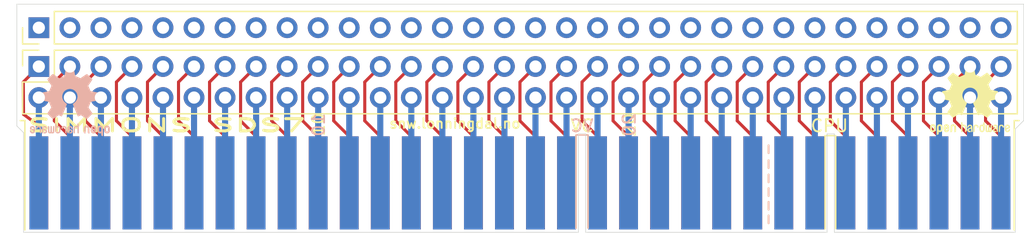
<source format=kicad_pcb>
(kicad_pcb (version 4) (host pcbnew 4.0.4-stable)

  (general
    (links 64)
    (no_connects 0)
    (area 58.41619 90.367142 160.02381 109.695001)
    (thickness 1.6)
    (drawings 49)
    (tracks 163)
    (zones 0)
    (modules 5)
    (nets 65)
  )

  (page A4)
  (layers
    (0 F.Cu signal)
    (31 B.Cu signal)
    (32 B.Adhes user)
    (33 F.Adhes user)
    (34 B.Paste user)
    (35 F.Paste user)
    (36 B.SilkS user)
    (37 F.SilkS user)
    (38 B.Mask user)
    (39 F.Mask user)
    (40 Dwgs.User user)
    (41 Cmts.User user)
    (42 Eco1.User user)
    (43 Eco2.User user)
    (44 Edge.Cuts user)
    (45 Margin user)
    (46 B.CrtYd user)
    (47 F.CrtYd user)
    (48 B.Fab user)
    (49 F.Fab user)
  )

  (setup
    (last_trace_width 0.25)
    (trace_clearance 0.2)
    (zone_clearance 0.508)
    (zone_45_only no)
    (trace_min 0.2)
    (segment_width 0.05)
    (edge_width 0.05)
    (via_size 0.6)
    (via_drill 0.4)
    (via_min_size 0.4)
    (via_min_drill 0.3)
    (uvia_size 0.3)
    (uvia_drill 0.1)
    (uvias_allowed no)
    (uvia_min_size 0.2)
    (uvia_min_drill 0.1)
    (pcb_text_width 0.3)
    (pcb_text_size 1.5 1.5)
    (mod_edge_width 0.15)
    (mod_text_size 1 1)
    (mod_text_width 0.15)
    (pad_size 1.5 1.5)
    (pad_drill 0.6)
    (pad_to_mask_clearance 0)
    (aux_axis_origin 0 0)
    (visible_elements 7FFFFFFF)
    (pcbplotparams
      (layerselection 0x00030_80000001)
      (usegerberextensions false)
      (excludeedgelayer true)
      (linewidth 0.100000)
      (plotframeref false)
      (viasonmask false)
      (mode 1)
      (useauxorigin false)
      (hpglpennumber 1)
      (hpglpenspeed 20)
      (hpglpendiameter 15)
      (hpglpenoverlay 2)
      (psnegative false)
      (psa4output false)
      (plotreference true)
      (plotvalue true)
      (plotinvisibletext false)
      (padsonsilk false)
      (subtractmaskfromsilk false)
      (outputformat 1)
      (mirror false)
      (drillshape 0)
      (scaleselection 1)
      (outputdirectory ""))
  )

  (net 0 "")
  (net 1 "Net-(P1-Pad64)")
  (net 2 "Net-(P1-Pad62)")
  (net 3 "Net-(P1-Pad60)")
  (net 4 "Net-(P1-Pad58)")
  (net 5 "Net-(P1-Pad56)")
  (net 6 "Net-(P1-Pad54)")
  (net 7 "Net-(P1-Pad52)")
  (net 8 "Net-(P1-Pad50)")
  (net 9 "Net-(P1-Pad48)")
  (net 10 "Net-(P1-Pad46)")
  (net 11 "Net-(P1-Pad44)")
  (net 12 "Net-(P1-Pad42)")
  (net 13 "Net-(P1-Pad40)")
  (net 14 "Net-(P1-Pad38)")
  (net 15 "Net-(P1-Pad36)")
  (net 16 "Net-(P1-Pad34)")
  (net 17 "Net-(P1-Pad32)")
  (net 18 "Net-(P1-Pad30)")
  (net 19 "Net-(P1-Pad28)")
  (net 20 "Net-(P1-Pad26)")
  (net 21 "Net-(P1-Pad63)")
  (net 22 "Net-(P1-Pad61)")
  (net 23 "Net-(P1-Pad59)")
  (net 24 "Net-(P1-Pad57)")
  (net 25 "Net-(P1-Pad55)")
  (net 26 "Net-(P1-Pad53)")
  (net 27 "Net-(P1-Pad51)")
  (net 28 "Net-(P1-Pad49)")
  (net 29 "Net-(P1-Pad47)")
  (net 30 "Net-(P1-Pad45)")
  (net 31 "Net-(P1-Pad43)")
  (net 32 "Net-(P1-Pad41)")
  (net 33 "Net-(P1-Pad39)")
  (net 34 "Net-(P1-Pad37)")
  (net 35 "Net-(P1-Pad24)")
  (net 36 "Net-(P1-Pad22)")
  (net 37 "Net-(P1-Pad20)")
  (net 38 "Net-(P1-Pad18)")
  (net 39 "Net-(P1-Pad16)")
  (net 40 "Net-(P1-Pad14)")
  (net 41 "Net-(P1-Pad12)")
  (net 42 "Net-(P1-Pad10)")
  (net 43 "Net-(P1-Pad8)")
  (net 44 "Net-(P1-Pad6)")
  (net 45 "Net-(P1-Pad4)")
  (net 46 "Net-(P1-Pad2)")
  (net 47 "Net-(P1-Pad35)")
  (net 48 "Net-(P1-Pad33)")
  (net 49 "Net-(P1-Pad31)")
  (net 50 "Net-(P1-Pad29)")
  (net 51 "Net-(P1-Pad27)")
  (net 52 "Net-(P1-Pad25)")
  (net 53 "Net-(P1-Pad23)")
  (net 54 "Net-(P1-Pad21)")
  (net 55 "Net-(P1-Pad19)")
  (net 56 "Net-(P1-Pad17)")
  (net 57 "Net-(P1-Pad15)")
  (net 58 "Net-(P1-Pad13)")
  (net 59 "Net-(P1-Pad11)")
  (net 60 "Net-(P1-Pad9)")
  (net 61 "Net-(P1-Pad7)")
  (net 62 "Net-(P1-Pad5)")
  (net 63 "Net-(P1-Pad3)")
  (net 64 "Net-(P1-Pad1)")

  (net_class Default "This is the default net class."
    (clearance 0.2)
    (trace_width 0.25)
    (via_dia 0.6)
    (via_drill 0.4)
    (uvia_dia 0.3)
    (uvia_drill 0.1)
    (add_net "Net-(P1-Pad1)")
    (add_net "Net-(P1-Pad11)")
    (add_net "Net-(P1-Pad13)")
    (add_net "Net-(P1-Pad15)")
    (add_net "Net-(P1-Pad17)")
    (add_net "Net-(P1-Pad19)")
    (add_net "Net-(P1-Pad21)")
    (add_net "Net-(P1-Pad23)")
    (add_net "Net-(P1-Pad25)")
    (add_net "Net-(P1-Pad27)")
    (add_net "Net-(P1-Pad29)")
    (add_net "Net-(P1-Pad3)")
    (add_net "Net-(P1-Pad31)")
    (add_net "Net-(P1-Pad33)")
    (add_net "Net-(P1-Pad35)")
    (add_net "Net-(P1-Pad37)")
    (add_net "Net-(P1-Pad39)")
    (add_net "Net-(P1-Pad41)")
    (add_net "Net-(P1-Pad43)")
    (add_net "Net-(P1-Pad45)")
    (add_net "Net-(P1-Pad47)")
    (add_net "Net-(P1-Pad49)")
    (add_net "Net-(P1-Pad5)")
    (add_net "Net-(P1-Pad51)")
    (add_net "Net-(P1-Pad53)")
    (add_net "Net-(P1-Pad55)")
    (add_net "Net-(P1-Pad57)")
    (add_net "Net-(P1-Pad59)")
    (add_net "Net-(P1-Pad61)")
    (add_net "Net-(P1-Pad63)")
    (add_net "Net-(P1-Pad7)")
    (add_net "Net-(P1-Pad9)")
  )

  (net_class pwr ""
    (clearance 0.2)
    (trace_width 0.5)
    (via_dia 0.6)
    (via_drill 0.4)
    (uvia_dia 0.3)
    (uvia_drill 0.1)
    (add_net "Net-(P1-Pad10)")
    (add_net "Net-(P1-Pad12)")
    (add_net "Net-(P1-Pad14)")
    (add_net "Net-(P1-Pad16)")
    (add_net "Net-(P1-Pad18)")
    (add_net "Net-(P1-Pad2)")
    (add_net "Net-(P1-Pad20)")
    (add_net "Net-(P1-Pad22)")
    (add_net "Net-(P1-Pad24)")
    (add_net "Net-(P1-Pad26)")
    (add_net "Net-(P1-Pad28)")
    (add_net "Net-(P1-Pad30)")
    (add_net "Net-(P1-Pad32)")
    (add_net "Net-(P1-Pad34)")
    (add_net "Net-(P1-Pad36)")
    (add_net "Net-(P1-Pad38)")
    (add_net "Net-(P1-Pad4)")
    (add_net "Net-(P1-Pad40)")
    (add_net "Net-(P1-Pad42)")
    (add_net "Net-(P1-Pad44)")
    (add_net "Net-(P1-Pad46)")
    (add_net "Net-(P1-Pad48)")
    (add_net "Net-(P1-Pad50)")
    (add_net "Net-(P1-Pad52)")
    (add_net "Net-(P1-Pad54)")
    (add_net "Net-(P1-Pad56)")
    (add_net "Net-(P1-Pad58)")
    (add_net "Net-(P1-Pad6)")
    (add_net "Net-(P1-Pad60)")
    (add_net "Net-(P1-Pad62)")
    (add_net "Net-(P1-Pad64)")
    (add_net "Net-(P1-Pad8)")
  )

  (module sds7lib:sds7edge_connector (layer F.Cu) (tedit 5A99645E) (tstamp 5A993735)
    (at 148.59 105.41)
    (descr "Simmons SDS7 EDGE 2x32")
    (tags "Simmons simmons SDS7 sds7 EDGE edge CONN connector sds snw 41 stillnotworking")
    (path /5A988611)
    (autoplace_cost90 10)
    (fp_text reference P1 (at -60.96 -6.99) (layer F.SilkS) hide
      (effects (font (size 1 1) (thickness 0.15)))
    )
    (fp_text value "SIMMONS SDS7" (at -68.29 -4.71) (layer F.SilkS)
      (effects (font (size 1 2) (thickness 0.25)))
    )
    (fp_line (start -34.746 4.06) (end -79.883 4.06) (layer F.CrtYd) (width 0.05))
    (fp_line (start -14.396 4.06) (end -33.85 4.06) (layer F.CrtYd) (width 0.05))
    (fp_line (start -34.72 -3.82) (end -33.856 -3.82) (layer F.CrtYd) (width 0.05))
    (fp_line (start -34.75 4.03) (end -34.75 -3.84) (layer F.CrtYd) (width 0.05))
    (fp_line (start -33.84 4.03) (end -33.84 -3.84) (layer F.CrtYd) (width 0.05))
    (fp_line (start -14.4 -3.82) (end -13.536 -3.82) (layer F.CrtYd) (width 0.05))
    (fp_line (start -13.52 4.06) (end -13.52 -3.81) (layer F.CrtYd) (width 0.05))
    (fp_line (start -14.41 4.05) (end -14.41 -3.82) (layer F.CrtYd) (width 0.05))
    (fp_text user 20 (at -30.4292 -4.7498 90) (layer B.SilkS)
      (effects (font (size 1 1) (thickness 0.15)) (justify mirror))
    )
    (fp_text user 20 (at -30.4292 -4.7498 90) (layer F.SilkS)
      (effects (font (size 1 1) (thickness 0.15)))
    )
    (fp_text user 10 (at -55.8546 -4.7498 90) (layer B.SilkS)
      (effects (font (size 1 1) (thickness 0.15)) (justify mirror))
    )
    (fp_text user 10 (at -55.8546 -4.7752 90) (layer F.SilkS)
      (effects (font (size 1 1) (thickness 0.15)))
    )
    (fp_line (start -19.0246 2.667) (end -19.0246 3.302) (layer B.SilkS) (width 0.15))
    (fp_line (start -19.0246 1.5494) (end -19.0246 2.1844) (layer B.SilkS) (width 0.15))
    (fp_line (start -19.0246 0.4318) (end -19.0246 1.0668) (layer B.SilkS) (width 0.15))
    (fp_line (start -19.0246 -0.6858) (end -19.0246 -0.0508) (layer B.SilkS) (width 0.15))
    (fp_line (start -19.0246 -1.8542) (end -19.0246 -1.2192) (layer B.SilkS) (width 0.15))
    (fp_line (start -19.0246 -3.0734) (end -19.0246 -2.4384) (layer B.SilkS) (width 0.15))
    (fp_line (start -33.81 -3.9278) (end -34.7673 -3.9278) (layer B.SilkS) (width 0.12))
    (fp_line (start -33.8001 -3.9024) (end -33.8001 3.6976) (layer B.SilkS) (width 0.12))
    (fp_line (start -34.7845 3.7103) (end -34.7845 -3.8897) (layer B.SilkS) (width 0.12))
    (fp_text user VC (at -34.29 -4.6736) (layer B.SilkS)
      (effects (font (size 1 1) (thickness 0.15)) (justify mirror))
    )
    (fp_line (start -19.0246 2.667) (end -19.0246 3.302) (layer F.SilkS) (width 0.15))
    (fp_line (start -19.0246 1.5494) (end -19.0246 2.1844) (layer F.SilkS) (width 0.15))
    (fp_line (start -19.0246 0.4318) (end -19.0246 1.0668) (layer F.SilkS) (width 0.15))
    (fp_line (start -19.0246 -0.6858) (end -19.0246 -0.0508) (layer F.SilkS) (width 0.15))
    (fp_line (start -19.0246 -1.8542) (end -19.0246 -1.2192) (layer F.SilkS) (width 0.15))
    (fp_line (start -19.0246 -3.0734) (end -19.0246 -2.4384) (layer F.SilkS) (width 0.15))
    (fp_text user CPU (at -14.0462 -4.6736) (layer F.SilkS)
      (effects (font (size 1 1) (thickness 0.15)))
    )
    (fp_line (start -13.56 -3.8697) (end -14.4054 -3.8697) (layer F.SilkS) (width 0.12))
    (fp_line (start -14.4021 -3.8389) (end -14.4021 3.7611) (layer F.SilkS) (width 0.12))
    (fp_line (start -13.5309 -3.8589) (end -13.5309 3.7411) (layer F.SilkS) (width 0.12))
    (fp_text user VC (at -34.29 -4.6736) (layer F.SilkS)
      (effects (font (size 1 1) (thickness 0.15)))
    )
    (fp_line (start -33.782 -3.81) (end -34.747 -3.81) (layer F.Fab) (width 0.1))
    (fp_line (start -33.7693 3.81) (end -33.7693 -3.81) (layer F.Fab) (width 0.1))
    (fp_line (start -34.7472 -3.81) (end -34.7472 3.81) (layer F.Fab) (width 0.1))
    (fp_line (start -14.401 3.81) (end -33.78 3.81) (layer F.Fab) (width 0.1))
    (fp_line (start 1.076 3.85) (end 1.076 -5.1) (layer F.SilkS) (width 0.12))
    (fp_line (start 1.076 -5.1) (end 1.476 -5.1) (layer F.SilkS) (width 0.12))
    (fp_line (start -34.7845 3.7103) (end -34.7845 -3.8897) (layer F.SilkS) (width 0.12))
    (fp_line (start -33.84 -3.9278) (end -34.7573 -3.9278) (layer F.SilkS) (width 0.12))
    (fp_line (start -33.8001 -3.9024) (end -33.8001 3.6976) (layer F.SilkS) (width 0.12))
    (fp_line (start -79.883 3.85) (end -79.883 -5.1) (layer F.SilkS) (width 0.12))
    (fp_line (start -79.8641 -5.1) (end -80.2641 -5.1) (layer F.SilkS) (width 0.12))
    (fp_line (start 1.143 3.81) (end -13.538 3.81) (layer F.Fab) (width 0.1))
    (fp_line (start -13.5382 3.81) (end -13.5382 -3.81) (layer F.Fab) (width 0.1))
    (fp_line (start -13.538 -3.81) (end -14.4016 -3.81) (layer F.Fab) (width 0.1))
    (fp_line (start -14.4018 -3.81) (end -14.4018 3.81) (layer F.Fab) (width 0.1))
    (fp_line (start -34.733 3.81) (end -79.883 3.81) (layer F.Fab) (width 0.1))
    (fp_line (start -79.883 3.81) (end -79.883 -5.08) (layer F.Fab) (width 0.1))
    (fp_line (start -79.883 -5.08) (end 1.143 -5.08) (layer F.Fab) (width 0.1))
    (fp_line (start 1.143 -5.08) (end 1.143 3.81) (layer F.Fab) (width 0.1))
    (fp_line (start -79.883 -5.33) (end 1.143 -5.33) (layer F.CrtYd) (width 0.05))
    (fp_line (start -79.8675 -5.33) (end -79.8675 4.06) (layer F.CrtYd) (width 0.05))
    (fp_line (start 1.139 4.06) (end 1.139 -5.33) (layer F.CrtYd) (width 0.05))
    (fp_line (start 1.143 4.06) (end -13.54 4.06) (layer F.CrtYd) (width 0.05))
    (pad 64 connect rect (at 0 0) (size 1.54 7.62) (layers B.Cu B.Mask)
      (net 1 "Net-(P1-Pad64)"))
    (pad 62 connect rect (at -2.54 0) (size 1.54 7.62) (layers B.Cu B.Mask)
      (net 2 "Net-(P1-Pad62)"))
    (pad 60 connect rect (at -5.08 0) (size 1.54 7.62) (layers B.Cu B.Mask)
      (net 3 "Net-(P1-Pad60)"))
    (pad 58 connect rect (at -7.62 0) (size 1.54 7.62) (layers B.Cu B.Mask)
      (net 4 "Net-(P1-Pad58)"))
    (pad 56 connect rect (at -10.16 0) (size 1.54 7.62) (layers B.Cu B.Mask)
      (net 5 "Net-(P1-Pad56)"))
    (pad 54 connect rect (at -12.7 0) (size 1.54 7.62) (layers B.Cu B.Mask)
      (net 6 "Net-(P1-Pad54)"))
    (pad 52 connect rect (at -15.24 0) (size 1.54 7.62) (layers B.Cu B.Mask)
      (net 7 "Net-(P1-Pad52)"))
    (pad 50 connect rect (at -17.78 0) (size 1.54 7.62) (layers B.Cu B.Mask)
      (net 8 "Net-(P1-Pad50)"))
    (pad 48 connect rect (at -20.32 0) (size 1.54 7.62) (layers B.Cu B.Mask)
      (net 9 "Net-(P1-Pad48)"))
    (pad 46 connect rect (at -22.86 0) (size 1.54 7.62) (layers B.Cu B.Mask)
      (net 10 "Net-(P1-Pad46)"))
    (pad 44 connect rect (at -25.4 0) (size 1.54 7.62) (layers B.Cu B.Mask)
      (net 11 "Net-(P1-Pad44)"))
    (pad 42 connect rect (at -27.94 0) (size 1.54 7.62) (layers B.Cu B.Mask)
      (net 12 "Net-(P1-Pad42)"))
    (pad 40 connect rect (at -30.48 0) (size 1.54 7.62) (layers B.Cu B.Mask)
      (net 13 "Net-(P1-Pad40)"))
    (pad 38 connect rect (at -33.02 0) (size 1.54 7.62) (layers B.Cu B.Mask)
      (net 14 "Net-(P1-Pad38)"))
    (pad 36 connect rect (at -35.56 0) (size 1.54 7.62) (layers B.Cu B.Mask)
      (net 15 "Net-(P1-Pad36)"))
    (pad 34 connect rect (at -38.1 0) (size 1.54 7.62) (layers B.Cu B.Mask)
      (net 16 "Net-(P1-Pad34)"))
    (pad 32 connect rect (at -40.64 0) (size 1.54 7.62) (layers B.Cu B.Mask)
      (net 17 "Net-(P1-Pad32)"))
    (pad 30 connect rect (at -43.18 0) (size 1.54 7.62) (layers B.Cu B.Mask)
      (net 18 "Net-(P1-Pad30)"))
    (pad 28 connect rect (at -45.72 0) (size 1.54 7.62) (layers B.Cu B.Mask)
      (net 19 "Net-(P1-Pad28)"))
    (pad 26 connect rect (at -48.26 0) (size 1.54 7.62) (layers B.Cu B.Mask)
      (net 20 "Net-(P1-Pad26)"))
    (pad 63 connect rect (at 0 0) (size 1.54 7.62) (layers F.Cu F.Mask)
      (net 21 "Net-(P1-Pad63)"))
    (pad 61 connect rect (at -2.54 0) (size 1.54 7.62) (layers F.Cu F.Mask)
      (net 22 "Net-(P1-Pad61)"))
    (pad 59 connect rect (at -5.08 0) (size 1.54 7.62) (layers F.Cu F.Mask)
      (net 23 "Net-(P1-Pad59)"))
    (pad 57 connect rect (at -7.62 0) (size 1.54 7.62) (layers F.Cu F.Mask)
      (net 24 "Net-(P1-Pad57)"))
    (pad 55 connect rect (at -10.16 0) (size 1.54 7.62) (layers F.Cu F.Mask)
      (net 25 "Net-(P1-Pad55)"))
    (pad 53 connect rect (at -12.7 0) (size 1.54 7.62) (layers F.Cu F.Mask)
      (net 26 "Net-(P1-Pad53)"))
    (pad 51 connect rect (at -15.24 0) (size 1.54 7.62) (layers F.Cu F.Mask)
      (net 27 "Net-(P1-Pad51)"))
    (pad 49 connect rect (at -17.78 0) (size 1.54 7.62) (layers F.Cu F.Mask)
      (net 28 "Net-(P1-Pad49)"))
    (pad 47 connect rect (at -20.32 0) (size 1.54 7.62) (layers F.Cu F.Mask)
      (net 29 "Net-(P1-Pad47)"))
    (pad 45 connect rect (at -22.86 0) (size 1.54 7.62) (layers F.Cu F.Mask)
      (net 30 "Net-(P1-Pad45)"))
    (pad 43 connect rect (at -25.4 0) (size 1.54 7.62) (layers F.Cu F.Mask)
      (net 31 "Net-(P1-Pad43)"))
    (pad 41 connect rect (at -27.94 0) (size 1.54 7.62) (layers F.Cu F.Mask)
      (net 32 "Net-(P1-Pad41)"))
    (pad 39 connect rect (at -30.48 0) (size 1.54 7.62) (layers F.Cu F.Mask)
      (net 33 "Net-(P1-Pad39)"))
    (pad 37 connect rect (at -33.02 0) (size 1.54 7.62) (layers F.Cu F.Mask)
      (net 34 "Net-(P1-Pad37)"))
    (pad 24 connect rect (at -50.8 0) (size 1.54 7.62) (layers B.Cu B.Mask)
      (net 35 "Net-(P1-Pad24)"))
    (pad 22 connect rect (at -53.34 0) (size 1.54 7.62) (layers B.Cu B.Mask)
      (net 36 "Net-(P1-Pad22)"))
    (pad 20 connect rect (at -55.88 0) (size 1.54 7.62) (layers B.Cu B.Mask)
      (net 37 "Net-(P1-Pad20)"))
    (pad 18 connect rect (at -58.42 0) (size 1.54 7.62) (layers B.Cu B.Mask)
      (net 38 "Net-(P1-Pad18)"))
    (pad 16 connect rect (at -60.96 0) (size 1.54 7.62) (layers B.Cu B.Mask)
      (net 39 "Net-(P1-Pad16)"))
    (pad 14 connect rect (at -63.5 0) (size 1.54 7.62) (layers B.Cu B.Mask)
      (net 40 "Net-(P1-Pad14)"))
    (pad 12 connect rect (at -66.04 0) (size 1.54 7.62) (layers B.Cu B.Mask)
      (net 41 "Net-(P1-Pad12)"))
    (pad 10 connect rect (at -68.58 0) (size 1.54 7.62) (layers B.Cu B.Mask)
      (net 42 "Net-(P1-Pad10)"))
    (pad 8 connect rect (at -71.12 0) (size 1.54 7.62) (layers B.Cu B.Mask)
      (net 43 "Net-(P1-Pad8)"))
    (pad 6 connect rect (at -73.66 0) (size 1.54 7.62) (layers B.Cu B.Mask)
      (net 44 "Net-(P1-Pad6)"))
    (pad 4 connect rect (at -76.2 0) (size 1.54 7.62) (layers B.Cu B.Mask)
      (net 45 "Net-(P1-Pad4)"))
    (pad 2 connect rect (at -78.74 0) (size 1.54 7.62) (layers B.Cu B.Mask)
      (net 46 "Net-(P1-Pad2)"))
    (pad 35 connect rect (at -35.56 0) (size 1.54 7.62) (layers F.Cu F.Mask)
      (net 47 "Net-(P1-Pad35)"))
    (pad 33 connect rect (at -38.1 0) (size 1.54 7.62) (layers F.Cu F.Mask)
      (net 48 "Net-(P1-Pad33)"))
    (pad 31 connect rect (at -40.64 0) (size 1.54 7.62) (layers F.Cu F.Mask)
      (net 49 "Net-(P1-Pad31)"))
    (pad 29 connect rect (at -43.18 0) (size 1.54 7.62) (layers F.Cu F.Mask)
      (net 50 "Net-(P1-Pad29)"))
    (pad 27 connect rect (at -45.72 0) (size 1.54 7.62) (layers F.Cu F.Mask)
      (net 51 "Net-(P1-Pad27)"))
    (pad 25 connect rect (at -48.26 0) (size 1.54 7.62) (layers F.Cu F.Mask)
      (net 52 "Net-(P1-Pad25)"))
    (pad 23 connect rect (at -50.8 0) (size 1.54 7.62) (layers F.Cu F.Mask)
      (net 53 "Net-(P1-Pad23)"))
    (pad 21 connect rect (at -53.34 0) (size 1.54 7.62) (layers F.Cu F.Mask)
      (net 54 "Net-(P1-Pad21)"))
    (pad 19 connect rect (at -55.88 0) (size 1.54 7.62) (layers F.Cu F.Mask)
      (net 55 "Net-(P1-Pad19)"))
    (pad 17 connect rect (at -58.42 0) (size 1.54 7.62) (layers F.Cu F.Mask)
      (net 56 "Net-(P1-Pad17)"))
    (pad 15 connect rect (at -60.96 0) (size 1.54 7.62) (layers F.Cu F.Mask)
      (net 57 "Net-(P1-Pad15)"))
    (pad 13 connect rect (at -63.5 0) (size 1.54 7.62) (layers F.Cu F.Mask)
      (net 58 "Net-(P1-Pad13)"))
    (pad 11 connect rect (at -66.04 0) (size 1.54 7.62) (layers F.Cu F.Mask)
      (net 59 "Net-(P1-Pad11)"))
    (pad 9 connect rect (at -68.58 0) (size 1.54 7.62) (layers F.Cu F.Mask)
      (net 60 "Net-(P1-Pad9)"))
    (pad 7 connect rect (at -71.12 0) (size 1.54 7.62) (layers F.Cu F.Mask)
      (net 61 "Net-(P1-Pad7)"))
    (pad 5 connect rect (at -73.66 0) (size 1.54 7.62) (layers F.Cu F.Mask)
      (net 62 "Net-(P1-Pad5)"))
    (pad 3 connect rect (at -76.2 0) (size 1.54 7.62) (layers F.Cu F.Mask)
      (net 63 "Net-(P1-Pad3)"))
    (pad 1 connect rect (at -78.74 0) (size 1.54 7.62) (layers F.Cu F.Mask)
      (net 64 "Net-(P1-Pad1)"))
  )

  (module Socket_Strips:Socket_Strip_Straight_2x32_Pitch2.54mm (layer F.Cu) (tedit 5A9944F7) (tstamp 5A99378A)
    (at 69.85 95.885 90)
    (descr "Through hole straight socket strip, 2x32, 2.54mm pitch, double rows")
    (tags "Through hole socket strip THT 2x32 2.54mm double row")
    (path /5A9886E2)
    (fp_text reference "" (at -1.27 -2.33 90) (layer F.SilkS) hide
      (effects (font (size 1 1) (thickness 0.15)))
    )
    (fp_text value "" (at -1.27 81.07 90) (layer F.Fab) hide
      (effects (font (size 1 1) (thickness 0.15)))
    )
    (fp_line (start -3.81 -1.27) (end -3.81 80.01) (layer F.Fab) (width 0.1))
    (fp_line (start -3.81 80.01) (end 1.27 80.01) (layer F.Fab) (width 0.1))
    (fp_line (start 1.27 80.01) (end 1.27 -1.27) (layer F.Fab) (width 0.1))
    (fp_line (start 1.27 -1.27) (end -3.81 -1.27) (layer F.Fab) (width 0.1))
    (fp_line (start 1.33 1.27) (end 1.33 80.07) (layer F.SilkS) (width 0.12))
    (fp_line (start 1.33 80.07) (end -3.87 80.07) (layer F.SilkS) (width 0.12))
    (fp_line (start -3.87 80.07) (end -3.87 -1.33) (layer F.SilkS) (width 0.12))
    (fp_line (start -3.87 -1.33) (end -1.27 -1.33) (layer F.SilkS) (width 0.12))
    (fp_line (start -1.27 -1.33) (end -1.27 1.27) (layer F.SilkS) (width 0.12))
    (fp_line (start -1.27 1.27) (end 1.33 1.27) (layer F.SilkS) (width 0.12))
    (fp_line (start 1.33 0) (end 1.33 -1.33) (layer F.SilkS) (width 0.12))
    (fp_line (start 1.33 -1.33) (end 0.06 -1.33) (layer F.SilkS) (width 0.12))
    (fp_line (start -4.35 -1.8) (end -4.35 80.55) (layer F.CrtYd) (width 0.05))
    (fp_line (start -4.35 80.55) (end 1.8 80.55) (layer F.CrtYd) (width 0.05))
    (fp_line (start 1.8 80.55) (end 1.8 -1.8) (layer F.CrtYd) (width 0.05))
    (fp_line (start 1.8 -1.8) (end -4.35 -1.8) (layer F.CrtYd) (width 0.05))
    (fp_text user %R (at -1.27 -2.33 90) (layer F.Fab)
      (effects (font (size 1 1) (thickness 0.15)))
    )
    (pad 1 thru_hole rect (at 0 0 90) (size 1.7 1.7) (drill 1) (layers *.Cu *.Mask)
      (net 64 "Net-(P1-Pad1)"))
    (pad 2 thru_hole oval (at -2.54 0 90) (size 1.7 1.7) (drill 1) (layers *.Cu *.Mask)
      (net 46 "Net-(P1-Pad2)"))
    (pad 3 thru_hole oval (at 0 2.54 90) (size 1.7 1.7) (drill 1) (layers *.Cu *.Mask)
      (net 63 "Net-(P1-Pad3)"))
    (pad 4 thru_hole oval (at -2.54 2.54 90) (size 1.7 1.7) (drill 1) (layers *.Cu *.Mask)
      (net 45 "Net-(P1-Pad4)"))
    (pad 5 thru_hole oval (at 0 5.08 90) (size 1.7 1.7) (drill 1) (layers *.Cu *.Mask)
      (net 62 "Net-(P1-Pad5)"))
    (pad 6 thru_hole oval (at -2.54 5.08 90) (size 1.7 1.7) (drill 1) (layers *.Cu *.Mask)
      (net 44 "Net-(P1-Pad6)"))
    (pad 7 thru_hole oval (at 0 7.62 90) (size 1.7 1.7) (drill 1) (layers *.Cu *.Mask)
      (net 61 "Net-(P1-Pad7)"))
    (pad 8 thru_hole oval (at -2.54 7.62 90) (size 1.7 1.7) (drill 1) (layers *.Cu *.Mask)
      (net 43 "Net-(P1-Pad8)"))
    (pad 9 thru_hole oval (at 0 10.16 90) (size 1.7 1.7) (drill 1) (layers *.Cu *.Mask)
      (net 60 "Net-(P1-Pad9)"))
    (pad 10 thru_hole oval (at -2.54 10.16 90) (size 1.7 1.7) (drill 1) (layers *.Cu *.Mask)
      (net 42 "Net-(P1-Pad10)"))
    (pad 11 thru_hole oval (at 0 12.7 90) (size 1.7 1.7) (drill 1) (layers *.Cu *.Mask)
      (net 59 "Net-(P1-Pad11)"))
    (pad 12 thru_hole oval (at -2.54 12.7 90) (size 1.7 1.7) (drill 1) (layers *.Cu *.Mask)
      (net 41 "Net-(P1-Pad12)"))
    (pad 13 thru_hole oval (at 0 15.24 90) (size 1.7 1.7) (drill 1) (layers *.Cu *.Mask)
      (net 58 "Net-(P1-Pad13)"))
    (pad 14 thru_hole oval (at -2.54 15.24 90) (size 1.7 1.7) (drill 1) (layers *.Cu *.Mask)
      (net 40 "Net-(P1-Pad14)"))
    (pad 15 thru_hole oval (at 0 17.78 90) (size 1.7 1.7) (drill 1) (layers *.Cu *.Mask)
      (net 57 "Net-(P1-Pad15)"))
    (pad 16 thru_hole oval (at -2.54 17.78 90) (size 1.7 1.7) (drill 1) (layers *.Cu *.Mask)
      (net 39 "Net-(P1-Pad16)"))
    (pad 17 thru_hole oval (at 0 20.32 90) (size 1.7 1.7) (drill 1) (layers *.Cu *.Mask)
      (net 56 "Net-(P1-Pad17)"))
    (pad 18 thru_hole oval (at -2.54 20.32 90) (size 1.7 1.7) (drill 1) (layers *.Cu *.Mask)
      (net 38 "Net-(P1-Pad18)"))
    (pad 19 thru_hole oval (at 0 22.86 90) (size 1.7 1.7) (drill 1) (layers *.Cu *.Mask)
      (net 55 "Net-(P1-Pad19)"))
    (pad 20 thru_hole oval (at -2.54 22.86 90) (size 1.7 1.7) (drill 1) (layers *.Cu *.Mask)
      (net 37 "Net-(P1-Pad20)"))
    (pad 21 thru_hole oval (at 0 25.4 90) (size 1.7 1.7) (drill 1) (layers *.Cu *.Mask)
      (net 54 "Net-(P1-Pad21)"))
    (pad 22 thru_hole oval (at -2.54 25.4 90) (size 1.7 1.7) (drill 1) (layers *.Cu *.Mask)
      (net 36 "Net-(P1-Pad22)"))
    (pad 23 thru_hole oval (at 0 27.94 90) (size 1.7 1.7) (drill 1) (layers *.Cu *.Mask)
      (net 53 "Net-(P1-Pad23)"))
    (pad 24 thru_hole oval (at -2.54 27.94 90) (size 1.7 1.7) (drill 1) (layers *.Cu *.Mask)
      (net 35 "Net-(P1-Pad24)"))
    (pad 25 thru_hole oval (at 0 30.48 90) (size 1.7 1.7) (drill 1) (layers *.Cu *.Mask)
      (net 52 "Net-(P1-Pad25)"))
    (pad 26 thru_hole oval (at -2.54 30.48 90) (size 1.7 1.7) (drill 1) (layers *.Cu *.Mask)
      (net 20 "Net-(P1-Pad26)"))
    (pad 27 thru_hole oval (at 0 33.02 90) (size 1.7 1.7) (drill 1) (layers *.Cu *.Mask)
      (net 51 "Net-(P1-Pad27)"))
    (pad 28 thru_hole oval (at -2.54 33.02 90) (size 1.7 1.7) (drill 1) (layers *.Cu *.Mask)
      (net 19 "Net-(P1-Pad28)"))
    (pad 29 thru_hole oval (at 0 35.56 90) (size 1.7 1.7) (drill 1) (layers *.Cu *.Mask)
      (net 50 "Net-(P1-Pad29)"))
    (pad 30 thru_hole oval (at -2.54 35.56 90) (size 1.7 1.7) (drill 1) (layers *.Cu *.Mask)
      (net 18 "Net-(P1-Pad30)"))
    (pad 31 thru_hole oval (at 0 38.1 90) (size 1.7 1.7) (drill 1) (layers *.Cu *.Mask)
      (net 49 "Net-(P1-Pad31)"))
    (pad 32 thru_hole oval (at -2.54 38.1 90) (size 1.7 1.7) (drill 1) (layers *.Cu *.Mask)
      (net 17 "Net-(P1-Pad32)"))
    (pad 33 thru_hole oval (at 0 40.64 90) (size 1.7 1.7) (drill 1) (layers *.Cu *.Mask)
      (net 48 "Net-(P1-Pad33)"))
    (pad 34 thru_hole oval (at -2.54 40.64 90) (size 1.7 1.7) (drill 1) (layers *.Cu *.Mask)
      (net 16 "Net-(P1-Pad34)"))
    (pad 35 thru_hole oval (at 0 43.18 90) (size 1.7 1.7) (drill 1) (layers *.Cu *.Mask)
      (net 47 "Net-(P1-Pad35)"))
    (pad 36 thru_hole oval (at -2.54 43.18 90) (size 1.7 1.7) (drill 1) (layers *.Cu *.Mask)
      (net 15 "Net-(P1-Pad36)"))
    (pad 37 thru_hole oval (at 0 45.72 90) (size 1.7 1.7) (drill 1) (layers *.Cu *.Mask)
      (net 34 "Net-(P1-Pad37)"))
    (pad 38 thru_hole oval (at -2.54 45.72 90) (size 1.7 1.7) (drill 1) (layers *.Cu *.Mask)
      (net 14 "Net-(P1-Pad38)"))
    (pad 39 thru_hole oval (at 0 48.26 90) (size 1.7 1.7) (drill 1) (layers *.Cu *.Mask)
      (net 33 "Net-(P1-Pad39)"))
    (pad 40 thru_hole oval (at -2.54 48.26 90) (size 1.7 1.7) (drill 1) (layers *.Cu *.Mask)
      (net 13 "Net-(P1-Pad40)"))
    (pad 41 thru_hole oval (at 0 50.8 90) (size 1.7 1.7) (drill 1) (layers *.Cu *.Mask)
      (net 32 "Net-(P1-Pad41)"))
    (pad 42 thru_hole oval (at -2.54 50.8 90) (size 1.7 1.7) (drill 1) (layers *.Cu *.Mask)
      (net 12 "Net-(P1-Pad42)"))
    (pad 43 thru_hole oval (at 0 53.34 90) (size 1.7 1.7) (drill 1) (layers *.Cu *.Mask)
      (net 31 "Net-(P1-Pad43)"))
    (pad 44 thru_hole oval (at -2.54 53.34 90) (size 1.7 1.7) (drill 1) (layers *.Cu *.Mask)
      (net 11 "Net-(P1-Pad44)"))
    (pad 45 thru_hole oval (at 0 55.88 90) (size 1.7 1.7) (drill 1) (layers *.Cu *.Mask)
      (net 30 "Net-(P1-Pad45)"))
    (pad 46 thru_hole oval (at -2.54 55.88 90) (size 1.7 1.7) (drill 1) (layers *.Cu *.Mask)
      (net 10 "Net-(P1-Pad46)"))
    (pad 47 thru_hole oval (at 0 58.42 90) (size 1.7 1.7) (drill 1) (layers *.Cu *.Mask)
      (net 29 "Net-(P1-Pad47)"))
    (pad 48 thru_hole oval (at -2.54 58.42 90) (size 1.7 1.7) (drill 1) (layers *.Cu *.Mask)
      (net 9 "Net-(P1-Pad48)"))
    (pad 49 thru_hole oval (at 0 60.96 90) (size 1.7 1.7) (drill 1) (layers *.Cu *.Mask)
      (net 28 "Net-(P1-Pad49)"))
    (pad 50 thru_hole oval (at -2.54 60.96 90) (size 1.7 1.7) (drill 1) (layers *.Cu *.Mask)
      (net 8 "Net-(P1-Pad50)"))
    (pad 51 thru_hole oval (at 0 63.5 90) (size 1.7 1.7) (drill 1) (layers *.Cu *.Mask)
      (net 27 "Net-(P1-Pad51)"))
    (pad 52 thru_hole oval (at -2.54 63.5 90) (size 1.7 1.7) (drill 1) (layers *.Cu *.Mask)
      (net 7 "Net-(P1-Pad52)"))
    (pad 53 thru_hole oval (at 0 66.04 90) (size 1.7 1.7) (drill 1) (layers *.Cu *.Mask)
      (net 26 "Net-(P1-Pad53)"))
    (pad 54 thru_hole oval (at -2.54 66.04 90) (size 1.7 1.7) (drill 1) (layers *.Cu *.Mask)
      (net 6 "Net-(P1-Pad54)"))
    (pad 55 thru_hole oval (at 0 68.58 90) (size 1.7 1.7) (drill 1) (layers *.Cu *.Mask)
      (net 25 "Net-(P1-Pad55)"))
    (pad 56 thru_hole oval (at -2.54 68.58 90) (size 1.7 1.7) (drill 1) (layers *.Cu *.Mask)
      (net 5 "Net-(P1-Pad56)"))
    (pad 57 thru_hole oval (at 0 71.12 90) (size 1.7 1.7) (drill 1) (layers *.Cu *.Mask)
      (net 24 "Net-(P1-Pad57)"))
    (pad 58 thru_hole oval (at -2.54 71.12 90) (size 1.7 1.7) (drill 1) (layers *.Cu *.Mask)
      (net 4 "Net-(P1-Pad58)"))
    (pad 59 thru_hole oval (at 0 73.66 90) (size 1.7 1.7) (drill 1) (layers *.Cu *.Mask)
      (net 23 "Net-(P1-Pad59)"))
    (pad 60 thru_hole oval (at -2.54 73.66 90) (size 1.7 1.7) (drill 1) (layers *.Cu *.Mask)
      (net 3 "Net-(P1-Pad60)"))
    (pad 61 thru_hole oval (at 0 76.2 90) (size 1.7 1.7) (drill 1) (layers *.Cu *.Mask)
      (net 22 "Net-(P1-Pad61)"))
    (pad 62 thru_hole oval (at -2.54 76.2 90) (size 1.7 1.7) (drill 1) (layers *.Cu *.Mask)
      (net 2 "Net-(P1-Pad62)"))
    (pad 63 thru_hole oval (at 0 78.74 90) (size 1.7 1.7) (drill 1) (layers *.Cu *.Mask)
      (net 21 "Net-(P1-Pad63)"))
    (pad 64 thru_hole oval (at -2.54 78.74 90) (size 1.7 1.7) (drill 1) (layers *.Cu *.Mask)
      (net 1 "Net-(P1-Pad64)"))
    (model ${KISYS3DMOD}/Socket_Strips.3dshapes/Socket_Strip_Straight_2x32_Pitch2.54mm.wrl
      (at (xyz -0.05 -1.55 0))
      (scale (xyz 1 1 1))
      (rotate (xyz 0 0 270))
    )
  )

  (module Symbols:OSHW-Logo2_7.3x6mm_SilkScreen (layer F.Cu) (tedit 0) (tstamp 5A99489E)
    (at 146.05 98.7)
    (descr "Open Source Hardware Symbol")
    (tags "Logo Symbol OSHW")
    (attr virtual)
    (fp_text reference REF*** (at 0 0) (layer F.SilkS) hide
      (effects (font (size 1 1) (thickness 0.15)))
    )
    (fp_text value OSHW-Logo2_7.3x6mm_SilkScreen (at 0.75 0) (layer F.Fab) hide
      (effects (font (size 1 1) (thickness 0.15)))
    )
    (fp_poly (pts (xy -2.400256 1.919918) (xy -2.344799 1.947568) (xy -2.295852 1.99848) (xy -2.282371 2.017338)
      (xy -2.267686 2.042015) (xy -2.258158 2.068816) (xy -2.252707 2.104587) (xy -2.250253 2.156169)
      (xy -2.249714 2.224267) (xy -2.252148 2.317588) (xy -2.260606 2.387657) (xy -2.276826 2.439931)
      (xy -2.302546 2.479869) (xy -2.339503 2.512929) (xy -2.342218 2.514886) (xy -2.37864 2.534908)
      (xy -2.422498 2.544815) (xy -2.478276 2.547257) (xy -2.568952 2.547257) (xy -2.56899 2.635283)
      (xy -2.569834 2.684308) (xy -2.574976 2.713065) (xy -2.588413 2.730311) (xy -2.614142 2.744808)
      (xy -2.620321 2.747769) (xy -2.649236 2.761648) (xy -2.671624 2.770414) (xy -2.688271 2.771171)
      (xy -2.699964 2.761023) (xy -2.70749 2.737073) (xy -2.711634 2.696426) (xy -2.713185 2.636186)
      (xy -2.712929 2.553455) (xy -2.711651 2.445339) (xy -2.711252 2.413) (xy -2.709815 2.301524)
      (xy -2.708528 2.228603) (xy -2.569029 2.228603) (xy -2.568245 2.290499) (xy -2.56476 2.330997)
      (xy -2.556876 2.357708) (xy -2.542895 2.378244) (xy -2.533403 2.38826) (xy -2.494596 2.417567)
      (xy -2.460237 2.419952) (xy -2.424784 2.39575) (xy -2.423886 2.394857) (xy -2.409461 2.376153)
      (xy -2.400687 2.350732) (xy -2.396261 2.311584) (xy -2.394882 2.251697) (xy -2.394857 2.23843)
      (xy -2.398188 2.155901) (xy -2.409031 2.098691) (xy -2.42866 2.063766) (xy -2.45835 2.048094)
      (xy -2.475509 2.046514) (xy -2.516234 2.053926) (xy -2.544168 2.07833) (xy -2.560983 2.12298)
      (xy -2.56835 2.19113) (xy -2.569029 2.228603) (xy -2.708528 2.228603) (xy -2.708292 2.215245)
      (xy -2.706323 2.150333) (xy -2.70355 2.102958) (xy -2.699612 2.06929) (xy -2.694151 2.045498)
      (xy -2.686808 2.027753) (xy -2.677223 2.012224) (xy -2.673113 2.006381) (xy -2.618595 1.951185)
      (xy -2.549664 1.91989) (xy -2.469928 1.911165) (xy -2.400256 1.919918)) (layer F.SilkS) (width 0.01))
    (fp_poly (pts (xy -1.283907 1.92778) (xy -1.237328 1.954723) (xy -1.204943 1.981466) (xy -1.181258 2.009484)
      (xy -1.164941 2.043748) (xy -1.154661 2.089227) (xy -1.149086 2.150892) (xy -1.146884 2.233711)
      (xy -1.146629 2.293246) (xy -1.146629 2.512391) (xy -1.208314 2.540044) (xy -1.27 2.567697)
      (xy -1.277257 2.32767) (xy -1.280256 2.238028) (xy -1.283402 2.172962) (xy -1.287299 2.128026)
      (xy -1.292553 2.09877) (xy -1.299769 2.080748) (xy -1.30955 2.069511) (xy -1.312688 2.067079)
      (xy -1.360239 2.048083) (xy -1.408303 2.0556) (xy -1.436914 2.075543) (xy -1.448553 2.089675)
      (xy -1.456609 2.10822) (xy -1.461729 2.136334) (xy -1.464559 2.179173) (xy -1.465744 2.241895)
      (xy -1.465943 2.307261) (xy -1.465982 2.389268) (xy -1.467386 2.447316) (xy -1.472086 2.486465)
      (xy -1.482013 2.51178) (xy -1.499097 2.528323) (xy -1.525268 2.541156) (xy -1.560225 2.554491)
      (xy -1.598404 2.569007) (xy -1.593859 2.311389) (xy -1.592029 2.218519) (xy -1.589888 2.149889)
      (xy -1.586819 2.100711) (xy -1.582206 2.066198) (xy -1.575432 2.041562) (xy -1.565881 2.022016)
      (xy -1.554366 2.00477) (xy -1.49881 1.94968) (xy -1.43102 1.917822) (xy -1.357287 1.910191)
      (xy -1.283907 1.92778)) (layer F.SilkS) (width 0.01))
    (fp_poly (pts (xy -2.958885 1.921962) (xy -2.890855 1.957733) (xy -2.840649 2.015301) (xy -2.822815 2.052312)
      (xy -2.808937 2.107882) (xy -2.801833 2.178096) (xy -2.80116 2.254727) (xy -2.806573 2.329552)
      (xy -2.81773 2.394342) (xy -2.834286 2.440873) (xy -2.839374 2.448887) (xy -2.899645 2.508707)
      (xy -2.971231 2.544535) (xy -3.048908 2.55502) (xy -3.127452 2.53881) (xy -3.149311 2.529092)
      (xy -3.191878 2.499143) (xy -3.229237 2.459433) (xy -3.232768 2.454397) (xy -3.247119 2.430124)
      (xy -3.256606 2.404178) (xy -3.26221 2.370022) (xy -3.264914 2.321119) (xy -3.265701 2.250935)
      (xy -3.265714 2.2352) (xy -3.265678 2.230192) (xy -3.120571 2.230192) (xy -3.119727 2.29643)
      (xy -3.116404 2.340386) (xy -3.109417 2.368779) (xy -3.097584 2.388325) (xy -3.091543 2.394857)
      (xy -3.056814 2.41968) (xy -3.023097 2.418548) (xy -2.989005 2.397016) (xy -2.968671 2.374029)
      (xy -2.956629 2.340478) (xy -2.949866 2.287569) (xy -2.949402 2.281399) (xy -2.948248 2.185513)
      (xy -2.960312 2.114299) (xy -2.98543 2.068194) (xy -3.02344 2.047635) (xy -3.037008 2.046514)
      (xy -3.072636 2.052152) (xy -3.097006 2.071686) (xy -3.111907 2.109042) (xy -3.119125 2.16815)
      (xy -3.120571 2.230192) (xy -3.265678 2.230192) (xy -3.265174 2.160413) (xy -3.262904 2.108159)
      (xy -3.257932 2.071949) (xy -3.249287 2.045299) (xy -3.235995 2.021722) (xy -3.233057 2.017338)
      (xy -3.183687 1.958249) (xy -3.129891 1.923947) (xy -3.064398 1.910331) (xy -3.042158 1.909665)
      (xy -2.958885 1.921962)) (layer F.SilkS) (width 0.01))
    (fp_poly (pts (xy -1.831697 1.931239) (xy -1.774473 1.969735) (xy -1.730251 2.025335) (xy -1.703833 2.096086)
      (xy -1.69849 2.148162) (xy -1.699097 2.169893) (xy -1.704178 2.186531) (xy -1.718145 2.201437)
      (xy -1.745411 2.217973) (xy -1.790388 2.239498) (xy -1.857489 2.269374) (xy -1.857829 2.269524)
      (xy -1.919593 2.297813) (xy -1.970241 2.322933) (xy -2.004596 2.342179) (xy -2.017482 2.352848)
      (xy -2.017486 2.352934) (xy -2.006128 2.376166) (xy -1.979569 2.401774) (xy -1.949077 2.420221)
      (xy -1.93363 2.423886) (xy -1.891485 2.411212) (xy -1.855192 2.379471) (xy -1.837483 2.344572)
      (xy -1.820448 2.318845) (xy -1.787078 2.289546) (xy -1.747851 2.264235) (xy -1.713244 2.250471)
      (xy -1.706007 2.249714) (xy -1.697861 2.26216) (xy -1.69737 2.293972) (xy -1.703357 2.336866)
      (xy -1.714643 2.382558) (xy -1.73005 2.422761) (xy -1.730829 2.424322) (xy -1.777196 2.489062)
      (xy -1.837289 2.533097) (xy -1.905535 2.554711) (xy -1.976362 2.552185) (xy -2.044196 2.523804)
      (xy -2.047212 2.521808) (xy -2.100573 2.473448) (xy -2.13566 2.410352) (xy -2.155078 2.327387)
      (xy -2.157684 2.304078) (xy -2.162299 2.194055) (xy -2.156767 2.142748) (xy -2.017486 2.142748)
      (xy -2.015676 2.174753) (xy -2.005778 2.184093) (xy -1.981102 2.177105) (xy -1.942205 2.160587)
      (xy -1.898725 2.139881) (xy -1.897644 2.139333) (xy -1.860791 2.119949) (xy -1.846 2.107013)
      (xy -1.849647 2.093451) (xy -1.865005 2.075632) (xy -1.904077 2.049845) (xy -1.946154 2.04795)
      (xy -1.983897 2.066717) (xy -2.009966 2.102915) (xy -2.017486 2.142748) (xy -2.156767 2.142748)
      (xy -2.152806 2.106027) (xy -2.12845 2.036212) (xy -2.094544 1.987302) (xy -2.033347 1.937878)
      (xy -1.965937 1.913359) (xy -1.89712 1.911797) (xy -1.831697 1.931239)) (layer F.SilkS) (width 0.01))
    (fp_poly (pts (xy -0.624114 1.851289) (xy -0.619861 1.910613) (xy -0.614975 1.945572) (xy -0.608205 1.96082)
      (xy -0.598298 1.961015) (xy -0.595086 1.959195) (xy -0.552356 1.946015) (xy -0.496773 1.946785)
      (xy -0.440263 1.960333) (xy -0.404918 1.977861) (xy -0.368679 2.005861) (xy -0.342187 2.037549)
      (xy -0.324001 2.077813) (xy -0.312678 2.131543) (xy -0.306778 2.203626) (xy -0.304857 2.298951)
      (xy -0.304823 2.317237) (xy -0.3048 2.522646) (xy -0.350509 2.53858) (xy -0.382973 2.54942)
      (xy -0.400785 2.554468) (xy -0.401309 2.554514) (xy -0.403063 2.540828) (xy -0.404556 2.503076)
      (xy -0.405674 2.446224) (xy -0.406303 2.375234) (xy -0.4064 2.332073) (xy -0.406602 2.246973)
      (xy -0.407642 2.185981) (xy -0.410169 2.144177) (xy -0.414836 2.116642) (xy -0.422293 2.098456)
      (xy -0.433189 2.084698) (xy -0.439993 2.078073) (xy -0.486728 2.051375) (xy -0.537728 2.049375)
      (xy -0.583999 2.071955) (xy -0.592556 2.080107) (xy -0.605107 2.095436) (xy -0.613812 2.113618)
      (xy -0.619369 2.139909) (xy -0.622474 2.179562) (xy -0.623824 2.237832) (xy -0.624114 2.318173)
      (xy -0.624114 2.522646) (xy -0.669823 2.53858) (xy -0.702287 2.54942) (xy -0.720099 2.554468)
      (xy -0.720623 2.554514) (xy -0.721963 2.540623) (xy -0.723172 2.501439) (xy -0.724199 2.4407)
      (xy -0.724998 2.362141) (xy -0.725519 2.269498) (xy -0.725714 2.166509) (xy -0.725714 1.769342)
      (xy -0.678543 1.749444) (xy -0.631371 1.729547) (xy -0.624114 1.851289)) (layer F.SilkS) (width 0.01))
    (fp_poly (pts (xy 0.039744 1.950968) (xy 0.096616 1.972087) (xy 0.097267 1.972493) (xy 0.13244 1.99838)
      (xy 0.158407 2.028633) (xy 0.17667 2.068058) (xy 0.188732 2.121462) (xy 0.196096 2.193651)
      (xy 0.200264 2.289432) (xy 0.200629 2.303078) (xy 0.205876 2.508842) (xy 0.161716 2.531678)
      (xy 0.129763 2.54711) (xy 0.11047 2.554423) (xy 0.109578 2.554514) (xy 0.106239 2.541022)
      (xy 0.103587 2.504626) (xy 0.101956 2.451452) (xy 0.1016 2.408393) (xy 0.101592 2.338641)
      (xy 0.098403 2.294837) (xy 0.087288 2.273944) (xy 0.063501 2.272925) (xy 0.022296 2.288741)
      (xy -0.039914 2.317815) (xy -0.085659 2.341963) (xy -0.109187 2.362913) (xy -0.116104 2.385747)
      (xy -0.116114 2.386877) (xy -0.104701 2.426212) (xy -0.070908 2.447462) (xy -0.019191 2.450539)
      (xy 0.018061 2.450006) (xy 0.037703 2.460735) (xy 0.049952 2.486505) (xy 0.057002 2.519337)
      (xy 0.046842 2.537966) (xy 0.043017 2.540632) (xy 0.007001 2.55134) (xy -0.043434 2.552856)
      (xy -0.095374 2.545759) (xy -0.132178 2.532788) (xy -0.183062 2.489585) (xy -0.211986 2.429446)
      (xy -0.217714 2.382462) (xy -0.213343 2.340082) (xy -0.197525 2.305488) (xy -0.166203 2.274763)
      (xy -0.115322 2.24399) (xy -0.040824 2.209252) (xy -0.036286 2.207288) (xy 0.030821 2.176287)
      (xy 0.072232 2.150862) (xy 0.089981 2.128014) (xy 0.086107 2.104745) (xy 0.062643 2.078056)
      (xy 0.055627 2.071914) (xy 0.00863 2.0481) (xy -0.040067 2.049103) (xy -0.082478 2.072451)
      (xy -0.110616 2.115675) (xy -0.113231 2.12416) (xy -0.138692 2.165308) (xy -0.170999 2.185128)
      (xy -0.217714 2.20477) (xy -0.217714 2.15395) (xy -0.203504 2.080082) (xy -0.161325 2.012327)
      (xy -0.139376 1.989661) (xy -0.089483 1.960569) (xy -0.026033 1.9474) (xy 0.039744 1.950968)) (layer F.SilkS) (width 0.01))
    (fp_poly (pts (xy 0.529926 1.949755) (xy 0.595858 1.974084) (xy 0.649273 2.017117) (xy 0.670164 2.047409)
      (xy 0.692939 2.102994) (xy 0.692466 2.143186) (xy 0.668562 2.170217) (xy 0.659717 2.174813)
      (xy 0.62153 2.189144) (xy 0.602028 2.185472) (xy 0.595422 2.161407) (xy 0.595086 2.148114)
      (xy 0.582992 2.09921) (xy 0.551471 2.064999) (xy 0.507659 2.048476) (xy 0.458695 2.052634)
      (xy 0.418894 2.074227) (xy 0.40545 2.086544) (xy 0.395921 2.101487) (xy 0.389485 2.124075)
      (xy 0.385317 2.159328) (xy 0.382597 2.212266) (xy 0.380502 2.287907) (xy 0.37996 2.311857)
      (xy 0.377981 2.39379) (xy 0.375731 2.451455) (xy 0.372357 2.489608) (xy 0.367006 2.513004)
      (xy 0.358824 2.526398) (xy 0.346959 2.534545) (xy 0.339362 2.538144) (xy 0.307102 2.550452)
      (xy 0.288111 2.554514) (xy 0.281836 2.540948) (xy 0.278006 2.499934) (xy 0.2766 2.430999)
      (xy 0.277598 2.333669) (xy 0.277908 2.318657) (xy 0.280101 2.229859) (xy 0.282693 2.165019)
      (xy 0.286382 2.119067) (xy 0.291864 2.086935) (xy 0.299835 2.063553) (xy 0.310993 2.043852)
      (xy 0.31683 2.03541) (xy 0.350296 1.998057) (xy 0.387727 1.969003) (xy 0.392309 1.966467)
      (xy 0.459426 1.946443) (xy 0.529926 1.949755)) (layer F.SilkS) (width 0.01))
    (fp_poly (pts (xy 1.190117 2.065358) (xy 1.189933 2.173837) (xy 1.189219 2.257287) (xy 1.187675 2.319704)
      (xy 1.185001 2.365085) (xy 1.180894 2.397429) (xy 1.175055 2.420733) (xy 1.167182 2.438995)
      (xy 1.161221 2.449418) (xy 1.111855 2.505945) (xy 1.049264 2.541377) (xy 0.980013 2.55409)
      (xy 0.910668 2.542463) (xy 0.869375 2.521568) (xy 0.826025 2.485422) (xy 0.796481 2.441276)
      (xy 0.778655 2.383462) (xy 0.770463 2.306313) (xy 0.769302 2.249714) (xy 0.769458 2.245647)
      (xy 0.870857 2.245647) (xy 0.871476 2.31055) (xy 0.874314 2.353514) (xy 0.88084 2.381622)
      (xy 0.892523 2.401953) (xy 0.906483 2.417288) (xy 0.953365 2.44689) (xy 1.003701 2.449419)
      (xy 1.051276 2.424705) (xy 1.054979 2.421356) (xy 1.070783 2.403935) (xy 1.080693 2.383209)
      (xy 1.086058 2.352362) (xy 1.088228 2.304577) (xy 1.088571 2.251748) (xy 1.087827 2.185381)
      (xy 1.084748 2.141106) (xy 1.078061 2.112009) (xy 1.066496 2.091173) (xy 1.057013 2.080107)
      (xy 1.01296 2.052198) (xy 0.962224 2.048843) (xy 0.913796 2.070159) (xy 0.90445 2.078073)
      (xy 0.88854 2.095647) (xy 0.87861 2.116587) (xy 0.873278 2.147782) (xy 0.871163 2.196122)
      (xy 0.870857 2.245647) (xy 0.769458 2.245647) (xy 0.77281 2.158568) (xy 0.784726 2.090086)
      (xy 0.807135 2.0386) (xy 0.842124 1.998443) (xy 0.869375 1.977861) (xy 0.918907 1.955625)
      (xy 0.976316 1.945304) (xy 1.029682 1.948067) (xy 1.059543 1.959212) (xy 1.071261 1.962383)
      (xy 1.079037 1.950557) (xy 1.084465 1.918866) (xy 1.088571 1.870593) (xy 1.093067 1.816829)
      (xy 1.099313 1.784482) (xy 1.110676 1.765985) (xy 1.130528 1.75377) (xy 1.143 1.748362)
      (xy 1.190171 1.728601) (xy 1.190117 2.065358)) (layer F.SilkS) (width 0.01))
    (fp_poly (pts (xy 1.779833 1.958663) (xy 1.782048 1.99685) (xy 1.783784 2.054886) (xy 1.784899 2.12818)
      (xy 1.785257 2.205055) (xy 1.785257 2.465196) (xy 1.739326 2.511127) (xy 1.707675 2.539429)
      (xy 1.67989 2.550893) (xy 1.641915 2.550168) (xy 1.62684 2.548321) (xy 1.579726 2.542948)
      (xy 1.540756 2.539869) (xy 1.531257 2.539585) (xy 1.499233 2.541445) (xy 1.453432 2.546114)
      (xy 1.435674 2.548321) (xy 1.392057 2.551735) (xy 1.362745 2.54432) (xy 1.33368 2.521427)
      (xy 1.323188 2.511127) (xy 1.277257 2.465196) (xy 1.277257 1.978602) (xy 1.314226 1.961758)
      (xy 1.346059 1.949282) (xy 1.364683 1.944914) (xy 1.369458 1.958718) (xy 1.373921 1.997286)
      (xy 1.377775 2.056356) (xy 1.380722 2.131663) (xy 1.382143 2.195286) (xy 1.386114 2.445657)
      (xy 1.420759 2.450556) (xy 1.452268 2.447131) (xy 1.467708 2.436041) (xy 1.472023 2.415308)
      (xy 1.475708 2.371145) (xy 1.478469 2.309146) (xy 1.480012 2.234909) (xy 1.480235 2.196706)
      (xy 1.480457 1.976783) (xy 1.526166 1.960849) (xy 1.558518 1.950015) (xy 1.576115 1.944962)
      (xy 1.576623 1.944914) (xy 1.578388 1.958648) (xy 1.580329 1.99673) (xy 1.582282 2.054482)
      (xy 1.584084 2.127227) (xy 1.585343 2.195286) (xy 1.589314 2.445657) (xy 1.6764 2.445657)
      (xy 1.680396 2.21724) (xy 1.684392 1.988822) (xy 1.726847 1.966868) (xy 1.758192 1.951793)
      (xy 1.776744 1.944951) (xy 1.777279 1.944914) (xy 1.779833 1.958663)) (layer F.SilkS) (width 0.01))
    (fp_poly (pts (xy 2.144876 1.956335) (xy 2.186667 1.975344) (xy 2.219469 1.998378) (xy 2.243503 2.024133)
      (xy 2.260097 2.057358) (xy 2.270577 2.1028) (xy 2.276271 2.165207) (xy 2.278507 2.249327)
      (xy 2.278743 2.304721) (xy 2.278743 2.520826) (xy 2.241774 2.53767) (xy 2.212656 2.549981)
      (xy 2.198231 2.554514) (xy 2.195472 2.541025) (xy 2.193282 2.504653) (xy 2.191942 2.451542)
      (xy 2.191657 2.409372) (xy 2.190434 2.348447) (xy 2.187136 2.300115) (xy 2.182321 2.270518)
      (xy 2.178496 2.264229) (xy 2.152783 2.270652) (xy 2.112418 2.287125) (xy 2.065679 2.309458)
      (xy 2.020845 2.333457) (xy 1.986193 2.35493) (xy 1.970002 2.369685) (xy 1.969938 2.369845)
      (xy 1.97133 2.397152) (xy 1.983818 2.423219) (xy 2.005743 2.444392) (xy 2.037743 2.451474)
      (xy 2.065092 2.450649) (xy 2.103826 2.450042) (xy 2.124158 2.459116) (xy 2.136369 2.483092)
      (xy 2.137909 2.487613) (xy 2.143203 2.521806) (xy 2.129047 2.542568) (xy 2.092148 2.552462)
      (xy 2.052289 2.554292) (xy 1.980562 2.540727) (xy 1.943432 2.521355) (xy 1.897576 2.475845)
      (xy 1.873256 2.419983) (xy 1.871073 2.360957) (xy 1.891629 2.305953) (xy 1.922549 2.271486)
      (xy 1.95342 2.252189) (xy 2.001942 2.227759) (xy 2.058485 2.202985) (xy 2.06791 2.199199)
      (xy 2.130019 2.171791) (xy 2.165822 2.147634) (xy 2.177337 2.123619) (xy 2.16658 2.096635)
      (xy 2.148114 2.075543) (xy 2.104469 2.049572) (xy 2.056446 2.047624) (xy 2.012406 2.067637)
      (xy 1.980709 2.107551) (xy 1.976549 2.117848) (xy 1.952327 2.155724) (xy 1.916965 2.183842)
      (xy 1.872343 2.206917) (xy 1.872343 2.141485) (xy 1.874969 2.101506) (xy 1.88623 2.069997)
      (xy 1.911199 2.036378) (xy 1.935169 2.010484) (xy 1.972441 1.973817) (xy 2.001401 1.954121)
      (xy 2.032505 1.94622) (xy 2.067713 1.944914) (xy 2.144876 1.956335)) (layer F.SilkS) (width 0.01))
    (fp_poly (pts (xy 2.6526 1.958752) (xy 2.669948 1.966334) (xy 2.711356 1.999128) (xy 2.746765 2.046547)
      (xy 2.768664 2.097151) (xy 2.772229 2.122098) (xy 2.760279 2.156927) (xy 2.734067 2.175357)
      (xy 2.705964 2.186516) (xy 2.693095 2.188572) (xy 2.686829 2.173649) (xy 2.674456 2.141175)
      (xy 2.669028 2.126502) (xy 2.63859 2.075744) (xy 2.59452 2.050427) (xy 2.53801 2.051206)
      (xy 2.533825 2.052203) (xy 2.503655 2.066507) (xy 2.481476 2.094393) (xy 2.466327 2.139287)
      (xy 2.45725 2.204615) (xy 2.453286 2.293804) (xy 2.452914 2.341261) (xy 2.45273 2.416071)
      (xy 2.451522 2.467069) (xy 2.448309 2.499471) (xy 2.442109 2.518495) (xy 2.43194 2.529356)
      (xy 2.416819 2.537272) (xy 2.415946 2.53767) (xy 2.386828 2.549981) (xy 2.372403 2.554514)
      (xy 2.370186 2.540809) (xy 2.368289 2.502925) (xy 2.366847 2.445715) (xy 2.365998 2.374027)
      (xy 2.365829 2.321565) (xy 2.366692 2.220047) (xy 2.37007 2.143032) (xy 2.377142 2.086023)
      (xy 2.389088 2.044526) (xy 2.40709 2.014043) (xy 2.432327 1.99008) (xy 2.457247 1.973355)
      (xy 2.517171 1.951097) (xy 2.586911 1.946076) (xy 2.6526 1.958752)) (layer F.SilkS) (width 0.01))
    (fp_poly (pts (xy 3.153595 1.966966) (xy 3.211021 2.004497) (xy 3.238719 2.038096) (xy 3.260662 2.099064)
      (xy 3.262405 2.147308) (xy 3.258457 2.211816) (xy 3.109686 2.276934) (xy 3.037349 2.310202)
      (xy 2.990084 2.336964) (xy 2.965507 2.360144) (xy 2.961237 2.382667) (xy 2.974889 2.407455)
      (xy 2.989943 2.423886) (xy 3.033746 2.450235) (xy 3.081389 2.452081) (xy 3.125145 2.431546)
      (xy 3.157289 2.390752) (xy 3.163038 2.376347) (xy 3.190576 2.331356) (xy 3.222258 2.312182)
      (xy 3.265714 2.295779) (xy 3.265714 2.357966) (xy 3.261872 2.400283) (xy 3.246823 2.435969)
      (xy 3.21528 2.476943) (xy 3.210592 2.482267) (xy 3.175506 2.51872) (xy 3.145347 2.538283)
      (xy 3.107615 2.547283) (xy 3.076335 2.55023) (xy 3.020385 2.550965) (xy 2.980555 2.54166)
      (xy 2.955708 2.527846) (xy 2.916656 2.497467) (xy 2.889625 2.464613) (xy 2.872517 2.423294)
      (xy 2.863238 2.367521) (xy 2.859693 2.291305) (xy 2.85941 2.252622) (xy 2.860372 2.206247)
      (xy 2.948007 2.206247) (xy 2.949023 2.231126) (xy 2.951556 2.2352) (xy 2.968274 2.229665)
      (xy 3.004249 2.215017) (xy 3.052331 2.19419) (xy 3.062386 2.189714) (xy 3.123152 2.158814)
      (xy 3.156632 2.131657) (xy 3.16399 2.10622) (xy 3.146391 2.080481) (xy 3.131856 2.069109)
      (xy 3.07941 2.046364) (xy 3.030322 2.050122) (xy 2.989227 2.077884) (xy 2.960758 2.127152)
      (xy 2.951631 2.166257) (xy 2.948007 2.206247) (xy 2.860372 2.206247) (xy 2.861285 2.162249)
      (xy 2.868196 2.095384) (xy 2.881884 2.046695) (xy 2.904096 2.010849) (xy 2.936574 1.982513)
      (xy 2.950733 1.973355) (xy 3.015053 1.949507) (xy 3.085473 1.948006) (xy 3.153595 1.966966)) (layer F.SilkS) (width 0.01))
    (fp_poly (pts (xy 0.10391 -2.757652) (xy 0.182454 -2.757222) (xy 0.239298 -2.756058) (xy 0.278105 -2.753793)
      (xy 0.302538 -2.75006) (xy 0.316262 -2.744494) (xy 0.32294 -2.736727) (xy 0.326236 -2.726395)
      (xy 0.326556 -2.725057) (xy 0.331562 -2.700921) (xy 0.340829 -2.653299) (xy 0.353392 -2.587259)
      (xy 0.368287 -2.507872) (xy 0.384551 -2.420204) (xy 0.385119 -2.417125) (xy 0.40141 -2.331211)
      (xy 0.416652 -2.255304) (xy 0.429861 -2.193955) (xy 0.440054 -2.151718) (xy 0.446248 -2.133145)
      (xy 0.446543 -2.132816) (xy 0.464788 -2.123747) (xy 0.502405 -2.108633) (xy 0.551271 -2.090738)
      (xy 0.551543 -2.090642) (xy 0.613093 -2.067507) (xy 0.685657 -2.038035) (xy 0.754057 -2.008403)
      (xy 0.757294 -2.006938) (xy 0.868702 -1.956374) (xy 1.115399 -2.12484) (xy 1.191077 -2.176197)
      (xy 1.259631 -2.222111) (xy 1.317088 -2.25997) (xy 1.359476 -2.287163) (xy 1.382825 -2.301079)
      (xy 1.385042 -2.302111) (xy 1.40201 -2.297516) (xy 1.433701 -2.275345) (xy 1.481352 -2.234553)
      (xy 1.546198 -2.174095) (xy 1.612397 -2.109773) (xy 1.676214 -2.046388) (xy 1.733329 -1.988549)
      (xy 1.780305 -1.939825) (xy 1.813703 -1.90379) (xy 1.830085 -1.884016) (xy 1.830694 -1.882998)
      (xy 1.832505 -1.869428) (xy 1.825683 -1.847267) (xy 1.80854 -1.813522) (xy 1.779393 -1.7652)
      (xy 1.736555 -1.699308) (xy 1.679448 -1.614483) (xy 1.628766 -1.539823) (xy 1.583461 -1.47286)
      (xy 1.54615 -1.417484) (xy 1.519452 -1.37758) (xy 1.505985 -1.357038) (xy 1.505137 -1.355644)
      (xy 1.506781 -1.335962) (xy 1.519245 -1.297707) (xy 1.540048 -1.248111) (xy 1.547462 -1.232272)
      (xy 1.579814 -1.16171) (xy 1.614328 -1.081647) (xy 1.642365 -1.012371) (xy 1.662568 -0.960955)
      (xy 1.678615 -0.921881) (xy 1.687888 -0.901459) (xy 1.689041 -0.899886) (xy 1.706096 -0.897279)
      (xy 1.746298 -0.890137) (xy 1.804302 -0.879477) (xy 1.874763 -0.866315) (xy 1.952335 -0.851667)
      (xy 2.031672 -0.836551) (xy 2.107431 -0.821982) (xy 2.174264 -0.808978) (xy 2.226828 -0.798555)
      (xy 2.259776 -0.79173) (xy 2.267857 -0.789801) (xy 2.276205 -0.785038) (xy 2.282506 -0.774282)
      (xy 2.287045 -0.753902) (xy 2.290104 -0.720266) (xy 2.291967 -0.669745) (xy 2.292918 -0.598708)
      (xy 2.29324 -0.503524) (xy 2.293257 -0.464508) (xy 2.293257 -0.147201) (xy 2.217057 -0.132161)
      (xy 2.174663 -0.124005) (xy 2.1114 -0.112101) (xy 2.034962 -0.097884) (xy 1.953043 -0.08279)
      (xy 1.9304 -0.078645) (xy 1.854806 -0.063947) (xy 1.788953 -0.049495) (xy 1.738366 -0.036625)
      (xy 1.708574 -0.026678) (xy 1.703612 -0.023713) (xy 1.691426 -0.002717) (xy 1.673953 0.037967)
      (xy 1.654577 0.090322) (xy 1.650734 0.1016) (xy 1.625339 0.171523) (xy 1.593817 0.250418)
      (xy 1.562969 0.321266) (xy 1.562817 0.321595) (xy 1.511447 0.432733) (xy 1.680399 0.681253)
      (xy 1.849352 0.929772) (xy 1.632429 1.147058) (xy 1.566819 1.211726) (xy 1.506979 1.268733)
      (xy 1.456267 1.315033) (xy 1.418046 1.347584) (xy 1.395675 1.363343) (xy 1.392466 1.364343)
      (xy 1.373626 1.356469) (xy 1.33518 1.334578) (xy 1.28133 1.301267) (xy 1.216276 1.259131)
      (xy 1.14594 1.211943) (xy 1.074555 1.16381) (xy 1.010908 1.121928) (xy 0.959041 1.088871)
      (xy 0.922995 1.067218) (xy 0.906867 1.059543) (xy 0.887189 1.066037) (xy 0.849875 1.08315)
      (xy 0.802621 1.107326) (xy 0.797612 1.110013) (xy 0.733977 1.141927) (xy 0.690341 1.157579)
      (xy 0.663202 1.157745) (xy 0.649057 1.143204) (xy 0.648975 1.143) (xy 0.641905 1.125779)
      (xy 0.625042 1.084899) (xy 0.599695 1.023525) (xy 0.567171 0.944819) (xy 0.528778 0.851947)
      (xy 0.485822 0.748072) (xy 0.444222 0.647502) (xy 0.398504 0.536516) (xy 0.356526 0.433703)
      (xy 0.319548 0.342215) (xy 0.288827 0.265201) (xy 0.265622 0.205815) (xy 0.25119 0.167209)
      (xy 0.246743 0.1528) (xy 0.257896 0.136272) (xy 0.287069 0.10993) (xy 0.325971 0.080887)
      (xy 0.436757 -0.010961) (xy 0.523351 -0.116241) (xy 0.584716 -0.232734) (xy 0.619815 -0.358224)
      (xy 0.627608 -0.490493) (xy 0.621943 -0.551543) (xy 0.591078 -0.678205) (xy 0.53792 -0.790059)
      (xy 0.465767 -0.885999) (xy 0.377917 -0.964924) (xy 0.277665 -1.02573) (xy 0.16831 -1.067313)
      (xy 0.053147 -1.088572) (xy -0.064525 -1.088401) (xy -0.18141 -1.065699) (xy -0.294211 -1.019362)
      (xy -0.399631 -0.948287) (xy -0.443632 -0.908089) (xy -0.528021 -0.804871) (xy -0.586778 -0.692075)
      (xy -0.620296 -0.57299) (xy -0.628965 -0.450905) (xy -0.613177 -0.329107) (xy -0.573322 -0.210884)
      (xy -0.509793 -0.099525) (xy -0.422979 0.001684) (xy -0.325971 0.080887) (xy -0.285563 0.111162)
      (xy -0.257018 0.137219) (xy -0.246743 0.152825) (xy -0.252123 0.169843) (xy -0.267425 0.2105)
      (xy -0.291388 0.271642) (xy -0.322756 0.350119) (xy -0.360268 0.44278) (xy -0.402667 0.546472)
      (xy -0.444337 0.647526) (xy -0.49031 0.758607) (xy -0.532893 0.861541) (xy -0.570779 0.953165)
      (xy -0.60266 1.030316) (xy -0.627229 1.089831) (xy -0.64318 1.128544) (xy -0.64909 1.143)
      (xy -0.663052 1.157685) (xy -0.69006 1.157642) (xy -0.733587 1.142099) (xy -0.79711 1.110284)
      (xy -0.797612 1.110013) (xy -0.84544 1.085323) (xy -0.884103 1.067338) (xy -0.905905 1.059614)
      (xy -0.906867 1.059543) (xy -0.923279 1.067378) (xy -0.959513 1.089165) (xy -1.011526 1.122328)
      (xy -1.075275 1.164291) (xy -1.14594 1.211943) (xy -1.217884 1.260191) (xy -1.282726 1.302151)
      (xy -1.336265 1.335227) (xy -1.374303 1.356821) (xy -1.392467 1.364343) (xy -1.409192 1.354457)
      (xy -1.44282 1.326826) (xy -1.48999 1.284495) (xy -1.547342 1.230505) (xy -1.611516 1.167899)
      (xy -1.632503 1.146983) (xy -1.849501 0.929623) (xy -1.684332 0.68722) (xy -1.634136 0.612781)
      (xy -1.590081 0.545972) (xy -1.554638 0.490665) (xy -1.530281 0.450729) (xy -1.519478 0.430036)
      (xy -1.519162 0.428563) (xy -1.524857 0.409058) (xy -1.540174 0.369822) (xy -1.562463 0.31743)
      (xy -1.578107 0.282355) (xy -1.607359 0.215201) (xy -1.634906 0.147358) (xy -1.656263 0.090034)
      (xy -1.662065 0.072572) (xy -1.678548 0.025938) (xy -1.69466 -0.010095) (xy -1.70351 -0.023713)
      (xy -1.72304 -0.032048) (xy -1.765666 -0.043863) (xy -1.825855 -0.057819) (xy -1.898078 -0.072578)
      (xy -1.9304 -0.078645) (xy -2.012478 -0.093727) (xy -2.091205 -0.108331) (xy -2.158891 -0.12102)
      (xy -2.20784 -0.130358) (xy -2.217057 -0.132161) (xy -2.293257 -0.147201) (xy -2.293257 -0.464508)
      (xy -2.293086 -0.568846) (xy -2.292384 -0.647787) (xy -2.290866 -0.704962) (xy -2.288251 -0.744001)
      (xy -2.284254 -0.768535) (xy -2.278591 -0.782195) (xy -2.27098 -0.788611) (xy -2.267857 -0.789801)
      (xy -2.249022 -0.79402) (xy -2.207412 -0.802438) (xy -2.14837 -0.814039) (xy -2.077243 -0.827805)
      (xy -1.999375 -0.84272) (xy -1.920113 -0.857768) (xy -1.844802 -0.871931) (xy -1.778787 -0.884194)
      (xy -1.727413 -0.893539) (xy -1.696025 -0.89895) (xy -1.689041 -0.899886) (xy -1.682715 -0.912404)
      (xy -1.66871 -0.945754) (xy -1.649645 -0.993623) (xy -1.642366 -1.012371) (xy -1.613004 -1.084805)
      (xy -1.578429 -1.16483) (xy -1.547463 -1.232272) (xy -1.524677 -1.283841) (xy -1.509518 -1.326215)
      (xy -1.504458 -1.352166) (xy -1.505264 -1.355644) (xy -1.515959 -1.372064) (xy -1.54038 -1.408583)
      (xy -1.575905 -1.461313) (xy -1.619913 -1.526365) (xy -1.669783 -1.599849) (xy -1.679644 -1.614355)
      (xy -1.737508 -1.700296) (xy -1.780044 -1.765739) (xy -1.808946 -1.813696) (xy -1.82591 -1.84718)
      (xy -1.832633 -1.869205) (xy -1.83081 -1.882783) (xy -1.830764 -1.882869) (xy -1.816414 -1.900703)
      (xy -1.784677 -1.935183) (xy -1.73899 -1.982732) (xy -1.682796 -2.039778) (xy -1.619532 -2.102745)
      (xy -1.612398 -2.109773) (xy -1.53267 -2.18698) (xy -1.471143 -2.24367) (xy -1.426579 -2.28089)
      (xy -1.397743 -2.299685) (xy -1.385042 -2.302111) (xy -1.366506 -2.291529) (xy -1.328039 -2.267084)
      (xy -1.273614 -2.231388) (xy -1.207202 -2.187053) (xy -1.132775 -2.136689) (xy -1.115399 -2.12484)
      (xy -0.868703 -1.956374) (xy -0.757294 -2.006938) (xy -0.689543 -2.036405) (xy -0.616817 -2.066041)
      (xy -0.554297 -2.08967) (xy -0.551543 -2.090642) (xy -0.50264 -2.108543) (xy -0.464943 -2.12368)
      (xy -0.446575 -2.13279) (xy -0.446544 -2.132816) (xy -0.440715 -2.149283) (xy -0.430808 -2.189781)
      (xy -0.417805 -2.249758) (xy -0.402691 -2.32466) (xy -0.386448 -2.409936) (xy -0.385119 -2.417125)
      (xy -0.368825 -2.504986) (xy -0.353867 -2.58474) (xy -0.341209 -2.651319) (xy -0.331814 -2.699653)
      (xy -0.326646 -2.724675) (xy -0.326556 -2.725057) (xy -0.323411 -2.735701) (xy -0.317296 -2.743738)
      (xy -0.304547 -2.749533) (xy -0.2815 -2.753453) (xy -0.244491 -2.755865) (xy -0.189856 -2.757135)
      (xy -0.113933 -2.757629) (xy -0.013056 -2.757714) (xy 0 -2.757714) (xy 0.10391 -2.757652)) (layer F.SilkS) (width 0.01))
  )

  (module Symbols:OSHW-Logo2_7.3x6mm_SilkScreen (layer B.Cu) (tedit 0) (tstamp 5A9948C1)
    (at 72.39 98.806 180)
    (descr "Open Source Hardware Symbol")
    (tags "Logo Symbol OSHW")
    (attr virtual)
    (fp_text reference REF*** (at 0 0 180) (layer B.SilkS) hide
      (effects (font (size 1 1) (thickness 0.15)) (justify mirror))
    )
    (fp_text value OSHW-Logo2_7.3x6mm_SilkScreen (at 0.75 0 180) (layer B.Fab) hide
      (effects (font (size 1 1) (thickness 0.15)) (justify mirror))
    )
    (fp_poly (pts (xy -2.400256 -1.919918) (xy -2.344799 -1.947568) (xy -2.295852 -1.99848) (xy -2.282371 -2.017338)
      (xy -2.267686 -2.042015) (xy -2.258158 -2.068816) (xy -2.252707 -2.104587) (xy -2.250253 -2.156169)
      (xy -2.249714 -2.224267) (xy -2.252148 -2.317588) (xy -2.260606 -2.387657) (xy -2.276826 -2.439931)
      (xy -2.302546 -2.479869) (xy -2.339503 -2.512929) (xy -2.342218 -2.514886) (xy -2.37864 -2.534908)
      (xy -2.422498 -2.544815) (xy -2.478276 -2.547257) (xy -2.568952 -2.547257) (xy -2.56899 -2.635283)
      (xy -2.569834 -2.684308) (xy -2.574976 -2.713065) (xy -2.588413 -2.730311) (xy -2.614142 -2.744808)
      (xy -2.620321 -2.747769) (xy -2.649236 -2.761648) (xy -2.671624 -2.770414) (xy -2.688271 -2.771171)
      (xy -2.699964 -2.761023) (xy -2.70749 -2.737073) (xy -2.711634 -2.696426) (xy -2.713185 -2.636186)
      (xy -2.712929 -2.553455) (xy -2.711651 -2.445339) (xy -2.711252 -2.413) (xy -2.709815 -2.301524)
      (xy -2.708528 -2.228603) (xy -2.569029 -2.228603) (xy -2.568245 -2.290499) (xy -2.56476 -2.330997)
      (xy -2.556876 -2.357708) (xy -2.542895 -2.378244) (xy -2.533403 -2.38826) (xy -2.494596 -2.417567)
      (xy -2.460237 -2.419952) (xy -2.424784 -2.39575) (xy -2.423886 -2.394857) (xy -2.409461 -2.376153)
      (xy -2.400687 -2.350732) (xy -2.396261 -2.311584) (xy -2.394882 -2.251697) (xy -2.394857 -2.23843)
      (xy -2.398188 -2.155901) (xy -2.409031 -2.098691) (xy -2.42866 -2.063766) (xy -2.45835 -2.048094)
      (xy -2.475509 -2.046514) (xy -2.516234 -2.053926) (xy -2.544168 -2.07833) (xy -2.560983 -2.12298)
      (xy -2.56835 -2.19113) (xy -2.569029 -2.228603) (xy -2.708528 -2.228603) (xy -2.708292 -2.215245)
      (xy -2.706323 -2.150333) (xy -2.70355 -2.102958) (xy -2.699612 -2.06929) (xy -2.694151 -2.045498)
      (xy -2.686808 -2.027753) (xy -2.677223 -2.012224) (xy -2.673113 -2.006381) (xy -2.618595 -1.951185)
      (xy -2.549664 -1.91989) (xy -2.469928 -1.911165) (xy -2.400256 -1.919918)) (layer B.SilkS) (width 0.01))
    (fp_poly (pts (xy -1.283907 -1.92778) (xy -1.237328 -1.954723) (xy -1.204943 -1.981466) (xy -1.181258 -2.009484)
      (xy -1.164941 -2.043748) (xy -1.154661 -2.089227) (xy -1.149086 -2.150892) (xy -1.146884 -2.233711)
      (xy -1.146629 -2.293246) (xy -1.146629 -2.512391) (xy -1.208314 -2.540044) (xy -1.27 -2.567697)
      (xy -1.277257 -2.32767) (xy -1.280256 -2.238028) (xy -1.283402 -2.172962) (xy -1.287299 -2.128026)
      (xy -1.292553 -2.09877) (xy -1.299769 -2.080748) (xy -1.30955 -2.069511) (xy -1.312688 -2.067079)
      (xy -1.360239 -2.048083) (xy -1.408303 -2.0556) (xy -1.436914 -2.075543) (xy -1.448553 -2.089675)
      (xy -1.456609 -2.10822) (xy -1.461729 -2.136334) (xy -1.464559 -2.179173) (xy -1.465744 -2.241895)
      (xy -1.465943 -2.307261) (xy -1.465982 -2.389268) (xy -1.467386 -2.447316) (xy -1.472086 -2.486465)
      (xy -1.482013 -2.51178) (xy -1.499097 -2.528323) (xy -1.525268 -2.541156) (xy -1.560225 -2.554491)
      (xy -1.598404 -2.569007) (xy -1.593859 -2.311389) (xy -1.592029 -2.218519) (xy -1.589888 -2.149889)
      (xy -1.586819 -2.100711) (xy -1.582206 -2.066198) (xy -1.575432 -2.041562) (xy -1.565881 -2.022016)
      (xy -1.554366 -2.00477) (xy -1.49881 -1.94968) (xy -1.43102 -1.917822) (xy -1.357287 -1.910191)
      (xy -1.283907 -1.92778)) (layer B.SilkS) (width 0.01))
    (fp_poly (pts (xy -2.958885 -1.921962) (xy -2.890855 -1.957733) (xy -2.840649 -2.015301) (xy -2.822815 -2.052312)
      (xy -2.808937 -2.107882) (xy -2.801833 -2.178096) (xy -2.80116 -2.254727) (xy -2.806573 -2.329552)
      (xy -2.81773 -2.394342) (xy -2.834286 -2.440873) (xy -2.839374 -2.448887) (xy -2.899645 -2.508707)
      (xy -2.971231 -2.544535) (xy -3.048908 -2.55502) (xy -3.127452 -2.53881) (xy -3.149311 -2.529092)
      (xy -3.191878 -2.499143) (xy -3.229237 -2.459433) (xy -3.232768 -2.454397) (xy -3.247119 -2.430124)
      (xy -3.256606 -2.404178) (xy -3.26221 -2.370022) (xy -3.264914 -2.321119) (xy -3.265701 -2.250935)
      (xy -3.265714 -2.2352) (xy -3.265678 -2.230192) (xy -3.120571 -2.230192) (xy -3.119727 -2.29643)
      (xy -3.116404 -2.340386) (xy -3.109417 -2.368779) (xy -3.097584 -2.388325) (xy -3.091543 -2.394857)
      (xy -3.056814 -2.41968) (xy -3.023097 -2.418548) (xy -2.989005 -2.397016) (xy -2.968671 -2.374029)
      (xy -2.956629 -2.340478) (xy -2.949866 -2.287569) (xy -2.949402 -2.281399) (xy -2.948248 -2.185513)
      (xy -2.960312 -2.114299) (xy -2.98543 -2.068194) (xy -3.02344 -2.047635) (xy -3.037008 -2.046514)
      (xy -3.072636 -2.052152) (xy -3.097006 -2.071686) (xy -3.111907 -2.109042) (xy -3.119125 -2.16815)
      (xy -3.120571 -2.230192) (xy -3.265678 -2.230192) (xy -3.265174 -2.160413) (xy -3.262904 -2.108159)
      (xy -3.257932 -2.071949) (xy -3.249287 -2.045299) (xy -3.235995 -2.021722) (xy -3.233057 -2.017338)
      (xy -3.183687 -1.958249) (xy -3.129891 -1.923947) (xy -3.064398 -1.910331) (xy -3.042158 -1.909665)
      (xy -2.958885 -1.921962)) (layer B.SilkS) (width 0.01))
    (fp_poly (pts (xy -1.831697 -1.931239) (xy -1.774473 -1.969735) (xy -1.730251 -2.025335) (xy -1.703833 -2.096086)
      (xy -1.69849 -2.148162) (xy -1.699097 -2.169893) (xy -1.704178 -2.186531) (xy -1.718145 -2.201437)
      (xy -1.745411 -2.217973) (xy -1.790388 -2.239498) (xy -1.857489 -2.269374) (xy -1.857829 -2.269524)
      (xy -1.919593 -2.297813) (xy -1.970241 -2.322933) (xy -2.004596 -2.342179) (xy -2.017482 -2.352848)
      (xy -2.017486 -2.352934) (xy -2.006128 -2.376166) (xy -1.979569 -2.401774) (xy -1.949077 -2.420221)
      (xy -1.93363 -2.423886) (xy -1.891485 -2.411212) (xy -1.855192 -2.379471) (xy -1.837483 -2.344572)
      (xy -1.820448 -2.318845) (xy -1.787078 -2.289546) (xy -1.747851 -2.264235) (xy -1.713244 -2.250471)
      (xy -1.706007 -2.249714) (xy -1.697861 -2.26216) (xy -1.69737 -2.293972) (xy -1.703357 -2.336866)
      (xy -1.714643 -2.382558) (xy -1.73005 -2.422761) (xy -1.730829 -2.424322) (xy -1.777196 -2.489062)
      (xy -1.837289 -2.533097) (xy -1.905535 -2.554711) (xy -1.976362 -2.552185) (xy -2.044196 -2.523804)
      (xy -2.047212 -2.521808) (xy -2.100573 -2.473448) (xy -2.13566 -2.410352) (xy -2.155078 -2.327387)
      (xy -2.157684 -2.304078) (xy -2.162299 -2.194055) (xy -2.156767 -2.142748) (xy -2.017486 -2.142748)
      (xy -2.015676 -2.174753) (xy -2.005778 -2.184093) (xy -1.981102 -2.177105) (xy -1.942205 -2.160587)
      (xy -1.898725 -2.139881) (xy -1.897644 -2.139333) (xy -1.860791 -2.119949) (xy -1.846 -2.107013)
      (xy -1.849647 -2.093451) (xy -1.865005 -2.075632) (xy -1.904077 -2.049845) (xy -1.946154 -2.04795)
      (xy -1.983897 -2.066717) (xy -2.009966 -2.102915) (xy -2.017486 -2.142748) (xy -2.156767 -2.142748)
      (xy -2.152806 -2.106027) (xy -2.12845 -2.036212) (xy -2.094544 -1.987302) (xy -2.033347 -1.937878)
      (xy -1.965937 -1.913359) (xy -1.89712 -1.911797) (xy -1.831697 -1.931239)) (layer B.SilkS) (width 0.01))
    (fp_poly (pts (xy -0.624114 -1.851289) (xy -0.619861 -1.910613) (xy -0.614975 -1.945572) (xy -0.608205 -1.96082)
      (xy -0.598298 -1.961015) (xy -0.595086 -1.959195) (xy -0.552356 -1.946015) (xy -0.496773 -1.946785)
      (xy -0.440263 -1.960333) (xy -0.404918 -1.977861) (xy -0.368679 -2.005861) (xy -0.342187 -2.037549)
      (xy -0.324001 -2.077813) (xy -0.312678 -2.131543) (xy -0.306778 -2.203626) (xy -0.304857 -2.298951)
      (xy -0.304823 -2.317237) (xy -0.3048 -2.522646) (xy -0.350509 -2.53858) (xy -0.382973 -2.54942)
      (xy -0.400785 -2.554468) (xy -0.401309 -2.554514) (xy -0.403063 -2.540828) (xy -0.404556 -2.503076)
      (xy -0.405674 -2.446224) (xy -0.406303 -2.375234) (xy -0.4064 -2.332073) (xy -0.406602 -2.246973)
      (xy -0.407642 -2.185981) (xy -0.410169 -2.144177) (xy -0.414836 -2.116642) (xy -0.422293 -2.098456)
      (xy -0.433189 -2.084698) (xy -0.439993 -2.078073) (xy -0.486728 -2.051375) (xy -0.537728 -2.049375)
      (xy -0.583999 -2.071955) (xy -0.592556 -2.080107) (xy -0.605107 -2.095436) (xy -0.613812 -2.113618)
      (xy -0.619369 -2.139909) (xy -0.622474 -2.179562) (xy -0.623824 -2.237832) (xy -0.624114 -2.318173)
      (xy -0.624114 -2.522646) (xy -0.669823 -2.53858) (xy -0.702287 -2.54942) (xy -0.720099 -2.554468)
      (xy -0.720623 -2.554514) (xy -0.721963 -2.540623) (xy -0.723172 -2.501439) (xy -0.724199 -2.4407)
      (xy -0.724998 -2.362141) (xy -0.725519 -2.269498) (xy -0.725714 -2.166509) (xy -0.725714 -1.769342)
      (xy -0.678543 -1.749444) (xy -0.631371 -1.729547) (xy -0.624114 -1.851289)) (layer B.SilkS) (width 0.01))
    (fp_poly (pts (xy 0.039744 -1.950968) (xy 0.096616 -1.972087) (xy 0.097267 -1.972493) (xy 0.13244 -1.99838)
      (xy 0.158407 -2.028633) (xy 0.17667 -2.068058) (xy 0.188732 -2.121462) (xy 0.196096 -2.193651)
      (xy 0.200264 -2.289432) (xy 0.200629 -2.303078) (xy 0.205876 -2.508842) (xy 0.161716 -2.531678)
      (xy 0.129763 -2.54711) (xy 0.11047 -2.554423) (xy 0.109578 -2.554514) (xy 0.106239 -2.541022)
      (xy 0.103587 -2.504626) (xy 0.101956 -2.451452) (xy 0.1016 -2.408393) (xy 0.101592 -2.338641)
      (xy 0.098403 -2.294837) (xy 0.087288 -2.273944) (xy 0.063501 -2.272925) (xy 0.022296 -2.288741)
      (xy -0.039914 -2.317815) (xy -0.085659 -2.341963) (xy -0.109187 -2.362913) (xy -0.116104 -2.385747)
      (xy -0.116114 -2.386877) (xy -0.104701 -2.426212) (xy -0.070908 -2.447462) (xy -0.019191 -2.450539)
      (xy 0.018061 -2.450006) (xy 0.037703 -2.460735) (xy 0.049952 -2.486505) (xy 0.057002 -2.519337)
      (xy 0.046842 -2.537966) (xy 0.043017 -2.540632) (xy 0.007001 -2.55134) (xy -0.043434 -2.552856)
      (xy -0.095374 -2.545759) (xy -0.132178 -2.532788) (xy -0.183062 -2.489585) (xy -0.211986 -2.429446)
      (xy -0.217714 -2.382462) (xy -0.213343 -2.340082) (xy -0.197525 -2.305488) (xy -0.166203 -2.274763)
      (xy -0.115322 -2.24399) (xy -0.040824 -2.209252) (xy -0.036286 -2.207288) (xy 0.030821 -2.176287)
      (xy 0.072232 -2.150862) (xy 0.089981 -2.128014) (xy 0.086107 -2.104745) (xy 0.062643 -2.078056)
      (xy 0.055627 -2.071914) (xy 0.00863 -2.0481) (xy -0.040067 -2.049103) (xy -0.082478 -2.072451)
      (xy -0.110616 -2.115675) (xy -0.113231 -2.12416) (xy -0.138692 -2.165308) (xy -0.170999 -2.185128)
      (xy -0.217714 -2.20477) (xy -0.217714 -2.15395) (xy -0.203504 -2.080082) (xy -0.161325 -2.012327)
      (xy -0.139376 -1.989661) (xy -0.089483 -1.960569) (xy -0.026033 -1.9474) (xy 0.039744 -1.950968)) (layer B.SilkS) (width 0.01))
    (fp_poly (pts (xy 0.529926 -1.949755) (xy 0.595858 -1.974084) (xy 0.649273 -2.017117) (xy 0.670164 -2.047409)
      (xy 0.692939 -2.102994) (xy 0.692466 -2.143186) (xy 0.668562 -2.170217) (xy 0.659717 -2.174813)
      (xy 0.62153 -2.189144) (xy 0.602028 -2.185472) (xy 0.595422 -2.161407) (xy 0.595086 -2.148114)
      (xy 0.582992 -2.09921) (xy 0.551471 -2.064999) (xy 0.507659 -2.048476) (xy 0.458695 -2.052634)
      (xy 0.418894 -2.074227) (xy 0.40545 -2.086544) (xy 0.395921 -2.101487) (xy 0.389485 -2.124075)
      (xy 0.385317 -2.159328) (xy 0.382597 -2.212266) (xy 0.380502 -2.287907) (xy 0.37996 -2.311857)
      (xy 0.377981 -2.39379) (xy 0.375731 -2.451455) (xy 0.372357 -2.489608) (xy 0.367006 -2.513004)
      (xy 0.358824 -2.526398) (xy 0.346959 -2.534545) (xy 0.339362 -2.538144) (xy 0.307102 -2.550452)
      (xy 0.288111 -2.554514) (xy 0.281836 -2.540948) (xy 0.278006 -2.499934) (xy 0.2766 -2.430999)
      (xy 0.277598 -2.333669) (xy 0.277908 -2.318657) (xy 0.280101 -2.229859) (xy 0.282693 -2.165019)
      (xy 0.286382 -2.119067) (xy 0.291864 -2.086935) (xy 0.299835 -2.063553) (xy 0.310993 -2.043852)
      (xy 0.31683 -2.03541) (xy 0.350296 -1.998057) (xy 0.387727 -1.969003) (xy 0.392309 -1.966467)
      (xy 0.459426 -1.946443) (xy 0.529926 -1.949755)) (layer B.SilkS) (width 0.01))
    (fp_poly (pts (xy 1.190117 -2.065358) (xy 1.189933 -2.173837) (xy 1.189219 -2.257287) (xy 1.187675 -2.319704)
      (xy 1.185001 -2.365085) (xy 1.180894 -2.397429) (xy 1.175055 -2.420733) (xy 1.167182 -2.438995)
      (xy 1.161221 -2.449418) (xy 1.111855 -2.505945) (xy 1.049264 -2.541377) (xy 0.980013 -2.55409)
      (xy 0.910668 -2.542463) (xy 0.869375 -2.521568) (xy 0.826025 -2.485422) (xy 0.796481 -2.441276)
      (xy 0.778655 -2.383462) (xy 0.770463 -2.306313) (xy 0.769302 -2.249714) (xy 0.769458 -2.245647)
      (xy 0.870857 -2.245647) (xy 0.871476 -2.31055) (xy 0.874314 -2.353514) (xy 0.88084 -2.381622)
      (xy 0.892523 -2.401953) (xy 0.906483 -2.417288) (xy 0.953365 -2.44689) (xy 1.003701 -2.449419)
      (xy 1.051276 -2.424705) (xy 1.054979 -2.421356) (xy 1.070783 -2.403935) (xy 1.080693 -2.383209)
      (xy 1.086058 -2.352362) (xy 1.088228 -2.304577) (xy 1.088571 -2.251748) (xy 1.087827 -2.185381)
      (xy 1.084748 -2.141106) (xy 1.078061 -2.112009) (xy 1.066496 -2.091173) (xy 1.057013 -2.080107)
      (xy 1.01296 -2.052198) (xy 0.962224 -2.048843) (xy 0.913796 -2.070159) (xy 0.90445 -2.078073)
      (xy 0.88854 -2.095647) (xy 0.87861 -2.116587) (xy 0.873278 -2.147782) (xy 0.871163 -2.196122)
      (xy 0.870857 -2.245647) (xy 0.769458 -2.245647) (xy 0.77281 -2.158568) (xy 0.784726 -2.090086)
      (xy 0.807135 -2.0386) (xy 0.842124 -1.998443) (xy 0.869375 -1.977861) (xy 0.918907 -1.955625)
      (xy 0.976316 -1.945304) (xy 1.029682 -1.948067) (xy 1.059543 -1.959212) (xy 1.071261 -1.962383)
      (xy 1.079037 -1.950557) (xy 1.084465 -1.918866) (xy 1.088571 -1.870593) (xy 1.093067 -1.816829)
      (xy 1.099313 -1.784482) (xy 1.110676 -1.765985) (xy 1.130528 -1.75377) (xy 1.143 -1.748362)
      (xy 1.190171 -1.728601) (xy 1.190117 -2.065358)) (layer B.SilkS) (width 0.01))
    (fp_poly (pts (xy 1.779833 -1.958663) (xy 1.782048 -1.99685) (xy 1.783784 -2.054886) (xy 1.784899 -2.12818)
      (xy 1.785257 -2.205055) (xy 1.785257 -2.465196) (xy 1.739326 -2.511127) (xy 1.707675 -2.539429)
      (xy 1.67989 -2.550893) (xy 1.641915 -2.550168) (xy 1.62684 -2.548321) (xy 1.579726 -2.542948)
      (xy 1.540756 -2.539869) (xy 1.531257 -2.539585) (xy 1.499233 -2.541445) (xy 1.453432 -2.546114)
      (xy 1.435674 -2.548321) (xy 1.392057 -2.551735) (xy 1.362745 -2.54432) (xy 1.33368 -2.521427)
      (xy 1.323188 -2.511127) (xy 1.277257 -2.465196) (xy 1.277257 -1.978602) (xy 1.314226 -1.961758)
      (xy 1.346059 -1.949282) (xy 1.364683 -1.944914) (xy 1.369458 -1.958718) (xy 1.373921 -1.997286)
      (xy 1.377775 -2.056356) (xy 1.380722 -2.131663) (xy 1.382143 -2.195286) (xy 1.386114 -2.445657)
      (xy 1.420759 -2.450556) (xy 1.452268 -2.447131) (xy 1.467708 -2.436041) (xy 1.472023 -2.415308)
      (xy 1.475708 -2.371145) (xy 1.478469 -2.309146) (xy 1.480012 -2.234909) (xy 1.480235 -2.196706)
      (xy 1.480457 -1.976783) (xy 1.526166 -1.960849) (xy 1.558518 -1.950015) (xy 1.576115 -1.944962)
      (xy 1.576623 -1.944914) (xy 1.578388 -1.958648) (xy 1.580329 -1.99673) (xy 1.582282 -2.054482)
      (xy 1.584084 -2.127227) (xy 1.585343 -2.195286) (xy 1.589314 -2.445657) (xy 1.6764 -2.445657)
      (xy 1.680396 -2.21724) (xy 1.684392 -1.988822) (xy 1.726847 -1.966868) (xy 1.758192 -1.951793)
      (xy 1.776744 -1.944951) (xy 1.777279 -1.944914) (xy 1.779833 -1.958663)) (layer B.SilkS) (width 0.01))
    (fp_poly (pts (xy 2.144876 -1.956335) (xy 2.186667 -1.975344) (xy 2.219469 -1.998378) (xy 2.243503 -2.024133)
      (xy 2.260097 -2.057358) (xy 2.270577 -2.1028) (xy 2.276271 -2.165207) (xy 2.278507 -2.249327)
      (xy 2.278743 -2.304721) (xy 2.278743 -2.520826) (xy 2.241774 -2.53767) (xy 2.212656 -2.549981)
      (xy 2.198231 -2.554514) (xy 2.195472 -2.541025) (xy 2.193282 -2.504653) (xy 2.191942 -2.451542)
      (xy 2.191657 -2.409372) (xy 2.190434 -2.348447) (xy 2.187136 -2.300115) (xy 2.182321 -2.270518)
      (xy 2.178496 -2.264229) (xy 2.152783 -2.270652) (xy 2.112418 -2.287125) (xy 2.065679 -2.309458)
      (xy 2.020845 -2.333457) (xy 1.986193 -2.35493) (xy 1.970002 -2.369685) (xy 1.969938 -2.369845)
      (xy 1.97133 -2.397152) (xy 1.983818 -2.423219) (xy 2.005743 -2.444392) (xy 2.037743 -2.451474)
      (xy 2.065092 -2.450649) (xy 2.103826 -2.450042) (xy 2.124158 -2.459116) (xy 2.136369 -2.483092)
      (xy 2.137909 -2.487613) (xy 2.143203 -2.521806) (xy 2.129047 -2.542568) (xy 2.092148 -2.552462)
      (xy 2.052289 -2.554292) (xy 1.980562 -2.540727) (xy 1.943432 -2.521355) (xy 1.897576 -2.475845)
      (xy 1.873256 -2.419983) (xy 1.871073 -2.360957) (xy 1.891629 -2.305953) (xy 1.922549 -2.271486)
      (xy 1.95342 -2.252189) (xy 2.001942 -2.227759) (xy 2.058485 -2.202985) (xy 2.06791 -2.199199)
      (xy 2.130019 -2.171791) (xy 2.165822 -2.147634) (xy 2.177337 -2.123619) (xy 2.16658 -2.096635)
      (xy 2.148114 -2.075543) (xy 2.104469 -2.049572) (xy 2.056446 -2.047624) (xy 2.012406 -2.067637)
      (xy 1.980709 -2.107551) (xy 1.976549 -2.117848) (xy 1.952327 -2.155724) (xy 1.916965 -2.183842)
      (xy 1.872343 -2.206917) (xy 1.872343 -2.141485) (xy 1.874969 -2.101506) (xy 1.88623 -2.069997)
      (xy 1.911199 -2.036378) (xy 1.935169 -2.010484) (xy 1.972441 -1.973817) (xy 2.001401 -1.954121)
      (xy 2.032505 -1.94622) (xy 2.067713 -1.944914) (xy 2.144876 -1.956335)) (layer B.SilkS) (width 0.01))
    (fp_poly (pts (xy 2.6526 -1.958752) (xy 2.669948 -1.966334) (xy 2.711356 -1.999128) (xy 2.746765 -2.046547)
      (xy 2.768664 -2.097151) (xy 2.772229 -2.122098) (xy 2.760279 -2.156927) (xy 2.734067 -2.175357)
      (xy 2.705964 -2.186516) (xy 2.693095 -2.188572) (xy 2.686829 -2.173649) (xy 2.674456 -2.141175)
      (xy 2.669028 -2.126502) (xy 2.63859 -2.075744) (xy 2.59452 -2.050427) (xy 2.53801 -2.051206)
      (xy 2.533825 -2.052203) (xy 2.503655 -2.066507) (xy 2.481476 -2.094393) (xy 2.466327 -2.139287)
      (xy 2.45725 -2.204615) (xy 2.453286 -2.293804) (xy 2.452914 -2.341261) (xy 2.45273 -2.416071)
      (xy 2.451522 -2.467069) (xy 2.448309 -2.499471) (xy 2.442109 -2.518495) (xy 2.43194 -2.529356)
      (xy 2.416819 -2.537272) (xy 2.415946 -2.53767) (xy 2.386828 -2.549981) (xy 2.372403 -2.554514)
      (xy 2.370186 -2.540809) (xy 2.368289 -2.502925) (xy 2.366847 -2.445715) (xy 2.365998 -2.374027)
      (xy 2.365829 -2.321565) (xy 2.366692 -2.220047) (xy 2.37007 -2.143032) (xy 2.377142 -2.086023)
      (xy 2.389088 -2.044526) (xy 2.40709 -2.014043) (xy 2.432327 -1.99008) (xy 2.457247 -1.973355)
      (xy 2.517171 -1.951097) (xy 2.586911 -1.946076) (xy 2.6526 -1.958752)) (layer B.SilkS) (width 0.01))
    (fp_poly (pts (xy 3.153595 -1.966966) (xy 3.211021 -2.004497) (xy 3.238719 -2.038096) (xy 3.260662 -2.099064)
      (xy 3.262405 -2.147308) (xy 3.258457 -2.211816) (xy 3.109686 -2.276934) (xy 3.037349 -2.310202)
      (xy 2.990084 -2.336964) (xy 2.965507 -2.360144) (xy 2.961237 -2.382667) (xy 2.974889 -2.407455)
      (xy 2.989943 -2.423886) (xy 3.033746 -2.450235) (xy 3.081389 -2.452081) (xy 3.125145 -2.431546)
      (xy 3.157289 -2.390752) (xy 3.163038 -2.376347) (xy 3.190576 -2.331356) (xy 3.222258 -2.312182)
      (xy 3.265714 -2.295779) (xy 3.265714 -2.357966) (xy 3.261872 -2.400283) (xy 3.246823 -2.435969)
      (xy 3.21528 -2.476943) (xy 3.210592 -2.482267) (xy 3.175506 -2.51872) (xy 3.145347 -2.538283)
      (xy 3.107615 -2.547283) (xy 3.076335 -2.55023) (xy 3.020385 -2.550965) (xy 2.980555 -2.54166)
      (xy 2.955708 -2.527846) (xy 2.916656 -2.497467) (xy 2.889625 -2.464613) (xy 2.872517 -2.423294)
      (xy 2.863238 -2.367521) (xy 2.859693 -2.291305) (xy 2.85941 -2.252622) (xy 2.860372 -2.206247)
      (xy 2.948007 -2.206247) (xy 2.949023 -2.231126) (xy 2.951556 -2.2352) (xy 2.968274 -2.229665)
      (xy 3.004249 -2.215017) (xy 3.052331 -2.19419) (xy 3.062386 -2.189714) (xy 3.123152 -2.158814)
      (xy 3.156632 -2.131657) (xy 3.16399 -2.10622) (xy 3.146391 -2.080481) (xy 3.131856 -2.069109)
      (xy 3.07941 -2.046364) (xy 3.030322 -2.050122) (xy 2.989227 -2.077884) (xy 2.960758 -2.127152)
      (xy 2.951631 -2.166257) (xy 2.948007 -2.206247) (xy 2.860372 -2.206247) (xy 2.861285 -2.162249)
      (xy 2.868196 -2.095384) (xy 2.881884 -2.046695) (xy 2.904096 -2.010849) (xy 2.936574 -1.982513)
      (xy 2.950733 -1.973355) (xy 3.015053 -1.949507) (xy 3.085473 -1.948006) (xy 3.153595 -1.966966)) (layer B.SilkS) (width 0.01))
    (fp_poly (pts (xy 0.10391 2.757652) (xy 0.182454 2.757222) (xy 0.239298 2.756058) (xy 0.278105 2.753793)
      (xy 0.302538 2.75006) (xy 0.316262 2.744494) (xy 0.32294 2.736727) (xy 0.326236 2.726395)
      (xy 0.326556 2.725057) (xy 0.331562 2.700921) (xy 0.340829 2.653299) (xy 0.353392 2.587259)
      (xy 0.368287 2.507872) (xy 0.384551 2.420204) (xy 0.385119 2.417125) (xy 0.40141 2.331211)
      (xy 0.416652 2.255304) (xy 0.429861 2.193955) (xy 0.440054 2.151718) (xy 0.446248 2.133145)
      (xy 0.446543 2.132816) (xy 0.464788 2.123747) (xy 0.502405 2.108633) (xy 0.551271 2.090738)
      (xy 0.551543 2.090642) (xy 0.613093 2.067507) (xy 0.685657 2.038035) (xy 0.754057 2.008403)
      (xy 0.757294 2.006938) (xy 0.868702 1.956374) (xy 1.115399 2.12484) (xy 1.191077 2.176197)
      (xy 1.259631 2.222111) (xy 1.317088 2.25997) (xy 1.359476 2.287163) (xy 1.382825 2.301079)
      (xy 1.385042 2.302111) (xy 1.40201 2.297516) (xy 1.433701 2.275345) (xy 1.481352 2.234553)
      (xy 1.546198 2.174095) (xy 1.612397 2.109773) (xy 1.676214 2.046388) (xy 1.733329 1.988549)
      (xy 1.780305 1.939825) (xy 1.813703 1.90379) (xy 1.830085 1.884016) (xy 1.830694 1.882998)
      (xy 1.832505 1.869428) (xy 1.825683 1.847267) (xy 1.80854 1.813522) (xy 1.779393 1.7652)
      (xy 1.736555 1.699308) (xy 1.679448 1.614483) (xy 1.628766 1.539823) (xy 1.583461 1.47286)
      (xy 1.54615 1.417484) (xy 1.519452 1.37758) (xy 1.505985 1.357038) (xy 1.505137 1.355644)
      (xy 1.506781 1.335962) (xy 1.519245 1.297707) (xy 1.540048 1.248111) (xy 1.547462 1.232272)
      (xy 1.579814 1.16171) (xy 1.614328 1.081647) (xy 1.642365 1.012371) (xy 1.662568 0.960955)
      (xy 1.678615 0.921881) (xy 1.687888 0.901459) (xy 1.689041 0.899886) (xy 1.706096 0.897279)
      (xy 1.746298 0.890137) (xy 1.804302 0.879477) (xy 1.874763 0.866315) (xy 1.952335 0.851667)
      (xy 2.031672 0.836551) (xy 2.107431 0.821982) (xy 2.174264 0.808978) (xy 2.226828 0.798555)
      (xy 2.259776 0.79173) (xy 2.267857 0.789801) (xy 2.276205 0.785038) (xy 2.282506 0.774282)
      (xy 2.287045 0.753902) (xy 2.290104 0.720266) (xy 2.291967 0.669745) (xy 2.292918 0.598708)
      (xy 2.29324 0.503524) (xy 2.293257 0.464508) (xy 2.293257 0.147201) (xy 2.217057 0.132161)
      (xy 2.174663 0.124005) (xy 2.1114 0.112101) (xy 2.034962 0.097884) (xy 1.953043 0.08279)
      (xy 1.9304 0.078645) (xy 1.854806 0.063947) (xy 1.788953 0.049495) (xy 1.738366 0.036625)
      (xy 1.708574 0.026678) (xy 1.703612 0.023713) (xy 1.691426 0.002717) (xy 1.673953 -0.037967)
      (xy 1.654577 -0.090322) (xy 1.650734 -0.1016) (xy 1.625339 -0.171523) (xy 1.593817 -0.250418)
      (xy 1.562969 -0.321266) (xy 1.562817 -0.321595) (xy 1.511447 -0.432733) (xy 1.680399 -0.681253)
      (xy 1.849352 -0.929772) (xy 1.632429 -1.147058) (xy 1.566819 -1.211726) (xy 1.506979 -1.268733)
      (xy 1.456267 -1.315033) (xy 1.418046 -1.347584) (xy 1.395675 -1.363343) (xy 1.392466 -1.364343)
      (xy 1.373626 -1.356469) (xy 1.33518 -1.334578) (xy 1.28133 -1.301267) (xy 1.216276 -1.259131)
      (xy 1.14594 -1.211943) (xy 1.074555 -1.16381) (xy 1.010908 -1.121928) (xy 0.959041 -1.088871)
      (xy 0.922995 -1.067218) (xy 0.906867 -1.059543) (xy 0.887189 -1.066037) (xy 0.849875 -1.08315)
      (xy 0.802621 -1.107326) (xy 0.797612 -1.110013) (xy 0.733977 -1.141927) (xy 0.690341 -1.157579)
      (xy 0.663202 -1.157745) (xy 0.649057 -1.143204) (xy 0.648975 -1.143) (xy 0.641905 -1.125779)
      (xy 0.625042 -1.084899) (xy 0.599695 -1.023525) (xy 0.567171 -0.944819) (xy 0.528778 -0.851947)
      (xy 0.485822 -0.748072) (xy 0.444222 -0.647502) (xy 0.398504 -0.536516) (xy 0.356526 -0.433703)
      (xy 0.319548 -0.342215) (xy 0.288827 -0.265201) (xy 0.265622 -0.205815) (xy 0.25119 -0.167209)
      (xy 0.246743 -0.1528) (xy 0.257896 -0.136272) (xy 0.287069 -0.10993) (xy 0.325971 -0.080887)
      (xy 0.436757 0.010961) (xy 0.523351 0.116241) (xy 0.584716 0.232734) (xy 0.619815 0.358224)
      (xy 0.627608 0.490493) (xy 0.621943 0.551543) (xy 0.591078 0.678205) (xy 0.53792 0.790059)
      (xy 0.465767 0.885999) (xy 0.377917 0.964924) (xy 0.277665 1.02573) (xy 0.16831 1.067313)
      (xy 0.053147 1.088572) (xy -0.064525 1.088401) (xy -0.18141 1.065699) (xy -0.294211 1.019362)
      (xy -0.399631 0.948287) (xy -0.443632 0.908089) (xy -0.528021 0.804871) (xy -0.586778 0.692075)
      (xy -0.620296 0.57299) (xy -0.628965 0.450905) (xy -0.613177 0.329107) (xy -0.573322 0.210884)
      (xy -0.509793 0.099525) (xy -0.422979 -0.001684) (xy -0.325971 -0.080887) (xy -0.285563 -0.111162)
      (xy -0.257018 -0.137219) (xy -0.246743 -0.152825) (xy -0.252123 -0.169843) (xy -0.267425 -0.2105)
      (xy -0.291388 -0.271642) (xy -0.322756 -0.350119) (xy -0.360268 -0.44278) (xy -0.402667 -0.546472)
      (xy -0.444337 -0.647526) (xy -0.49031 -0.758607) (xy -0.532893 -0.861541) (xy -0.570779 -0.953165)
      (xy -0.60266 -1.030316) (xy -0.627229 -1.089831) (xy -0.64318 -1.128544) (xy -0.64909 -1.143)
      (xy -0.663052 -1.157685) (xy -0.69006 -1.157642) (xy -0.733587 -1.142099) (xy -0.79711 -1.110284)
      (xy -0.797612 -1.110013) (xy -0.84544 -1.085323) (xy -0.884103 -1.067338) (xy -0.905905 -1.059614)
      (xy -0.906867 -1.059543) (xy -0.923279 -1.067378) (xy -0.959513 -1.089165) (xy -1.011526 -1.122328)
      (xy -1.075275 -1.164291) (xy -1.14594 -1.211943) (xy -1.217884 -1.260191) (xy -1.282726 -1.302151)
      (xy -1.336265 -1.335227) (xy -1.374303 -1.356821) (xy -1.392467 -1.364343) (xy -1.409192 -1.354457)
      (xy -1.44282 -1.326826) (xy -1.48999 -1.284495) (xy -1.547342 -1.230505) (xy -1.611516 -1.167899)
      (xy -1.632503 -1.146983) (xy -1.849501 -0.929623) (xy -1.684332 -0.68722) (xy -1.634136 -0.612781)
      (xy -1.590081 -0.545972) (xy -1.554638 -0.490665) (xy -1.530281 -0.450729) (xy -1.519478 -0.430036)
      (xy -1.519162 -0.428563) (xy -1.524857 -0.409058) (xy -1.540174 -0.369822) (xy -1.562463 -0.31743)
      (xy -1.578107 -0.282355) (xy -1.607359 -0.215201) (xy -1.634906 -0.147358) (xy -1.656263 -0.090034)
      (xy -1.662065 -0.072572) (xy -1.678548 -0.025938) (xy -1.69466 0.010095) (xy -1.70351 0.023713)
      (xy -1.72304 0.032048) (xy -1.765666 0.043863) (xy -1.825855 0.057819) (xy -1.898078 0.072578)
      (xy -1.9304 0.078645) (xy -2.012478 0.093727) (xy -2.091205 0.108331) (xy -2.158891 0.12102)
      (xy -2.20784 0.130358) (xy -2.217057 0.132161) (xy -2.293257 0.147201) (xy -2.293257 0.464508)
      (xy -2.293086 0.568846) (xy -2.292384 0.647787) (xy -2.290866 0.704962) (xy -2.288251 0.744001)
      (xy -2.284254 0.768535) (xy -2.278591 0.782195) (xy -2.27098 0.788611) (xy -2.267857 0.789801)
      (xy -2.249022 0.79402) (xy -2.207412 0.802438) (xy -2.14837 0.814039) (xy -2.077243 0.827805)
      (xy -1.999375 0.84272) (xy -1.920113 0.857768) (xy -1.844802 0.871931) (xy -1.778787 0.884194)
      (xy -1.727413 0.893539) (xy -1.696025 0.89895) (xy -1.689041 0.899886) (xy -1.682715 0.912404)
      (xy -1.66871 0.945754) (xy -1.649645 0.993623) (xy -1.642366 1.012371) (xy -1.613004 1.084805)
      (xy -1.578429 1.16483) (xy -1.547463 1.232272) (xy -1.524677 1.283841) (xy -1.509518 1.326215)
      (xy -1.504458 1.352166) (xy -1.505264 1.355644) (xy -1.515959 1.372064) (xy -1.54038 1.408583)
      (xy -1.575905 1.461313) (xy -1.619913 1.526365) (xy -1.669783 1.599849) (xy -1.679644 1.614355)
      (xy -1.737508 1.700296) (xy -1.780044 1.765739) (xy -1.808946 1.813696) (xy -1.82591 1.84718)
      (xy -1.832633 1.869205) (xy -1.83081 1.882783) (xy -1.830764 1.882869) (xy -1.816414 1.900703)
      (xy -1.784677 1.935183) (xy -1.73899 1.982732) (xy -1.682796 2.039778) (xy -1.619532 2.102745)
      (xy -1.612398 2.109773) (xy -1.53267 2.18698) (xy -1.471143 2.24367) (xy -1.426579 2.28089)
      (xy -1.397743 2.299685) (xy -1.385042 2.302111) (xy -1.366506 2.291529) (xy -1.328039 2.267084)
      (xy -1.273614 2.231388) (xy -1.207202 2.187053) (xy -1.132775 2.136689) (xy -1.115399 2.12484)
      (xy -0.868703 1.956374) (xy -0.757294 2.006938) (xy -0.689543 2.036405) (xy -0.616817 2.066041)
      (xy -0.554297 2.08967) (xy -0.551543 2.090642) (xy -0.50264 2.108543) (xy -0.464943 2.12368)
      (xy -0.446575 2.13279) (xy -0.446544 2.132816) (xy -0.440715 2.149283) (xy -0.430808 2.189781)
      (xy -0.417805 2.249758) (xy -0.402691 2.32466) (xy -0.386448 2.409936) (xy -0.385119 2.417125)
      (xy -0.368825 2.504986) (xy -0.353867 2.58474) (xy -0.341209 2.651319) (xy -0.331814 2.699653)
      (xy -0.326646 2.724675) (xy -0.326556 2.725057) (xy -0.323411 2.735701) (xy -0.317296 2.743738)
      (xy -0.304547 2.749533) (xy -0.2815 2.753453) (xy -0.244491 2.755865) (xy -0.189856 2.757135)
      (xy -0.113933 2.757629) (xy -0.013056 2.757714) (xy 0 2.757714) (xy 0.10391 2.757652)) (layer B.SilkS) (width 0.01))
  )

  (module Socket_Strips:Socket_Strip_Straight_1x32_Pitch2.54mm (layer F.Cu) (tedit 5A997764) (tstamp 5A997710)
    (at 69.85 92.71 90)
    (descr "Through hole straight socket strip, 1x32, 2.54mm pitch, single row")
    (tags "Through hole socket strip THT 1x32 2.54mm single row")
    (fp_text reference REF** (at 0 -2.33 90) (layer F.SilkS) hide
      (effects (font (size 1 1) (thickness 0.15)))
    )
    (fp_text value "" (at 0 81.07 90) (layer F.Fab) hide
      (effects (font (size 1 1) (thickness 0.15)))
    )
    (fp_line (start -1.27 -1.27) (end -1.27 80.01) (layer F.Fab) (width 0.1))
    (fp_line (start -1.27 80.01) (end 1.27 80.01) (layer F.Fab) (width 0.1))
    (fp_line (start 1.27 80.01) (end 1.27 -1.27) (layer F.Fab) (width 0.1))
    (fp_line (start 1.27 -1.27) (end -1.27 -1.27) (layer F.Fab) (width 0.1))
    (fp_line (start -1.33 1.27) (end -1.33 80.07) (layer F.SilkS) (width 0.12))
    (fp_line (start -1.33 80.07) (end 1.33 80.07) (layer F.SilkS) (width 0.12))
    (fp_line (start 1.33 80.07) (end 1.33 1.27) (layer F.SilkS) (width 0.12))
    (fp_line (start 1.33 1.27) (end -1.33 1.27) (layer F.SilkS) (width 0.12))
    (fp_line (start -1.33 0) (end -1.33 -1.33) (layer F.SilkS) (width 0.12))
    (fp_line (start -1.33 -1.33) (end 0 -1.33) (layer F.SilkS) (width 0.12))
    (fp_line (start -1.8 -1.8) (end -1.8 80.55) (layer F.CrtYd) (width 0.05))
    (fp_line (start -1.8 80.55) (end 1.8 80.55) (layer F.CrtYd) (width 0.05))
    (fp_line (start 1.8 80.55) (end 1.8 -1.8) (layer F.CrtYd) (width 0.05))
    (fp_line (start 1.8 -1.8) (end -1.8 -1.8) (layer F.CrtYd) (width 0.05))
    (fp_text user %R (at 0 -2.33 90) (layer F.Fab)
      (effects (font (size 1 1) (thickness 0.15)))
    )
    (pad 1 thru_hole rect (at 0 0 90) (size 1.7 1.7) (drill 1) (layers *.Cu *.Mask))
    (pad 2 thru_hole oval (at 0 2.54 90) (size 1.7 1.7) (drill 1) (layers *.Cu *.Mask))
    (pad 3 thru_hole oval (at 0 5.08 90) (size 1.7 1.7) (drill 1) (layers *.Cu *.Mask))
    (pad 4 thru_hole oval (at 0 7.62 90) (size 1.7 1.7) (drill 1) (layers *.Cu *.Mask))
    (pad 5 thru_hole oval (at 0 10.16 90) (size 1.7 1.7) (drill 1) (layers *.Cu *.Mask))
    (pad 6 thru_hole oval (at 0 12.7 90) (size 1.7 1.7) (drill 1) (layers *.Cu *.Mask))
    (pad 7 thru_hole oval (at 0 15.24 90) (size 1.7 1.7) (drill 1) (layers *.Cu *.Mask))
    (pad 8 thru_hole oval (at 0 17.78 90) (size 1.7 1.7) (drill 1) (layers *.Cu *.Mask))
    (pad 9 thru_hole oval (at 0 20.32 90) (size 1.7 1.7) (drill 1) (layers *.Cu *.Mask))
    (pad 10 thru_hole oval (at 0 22.86 90) (size 1.7 1.7) (drill 1) (layers *.Cu *.Mask))
    (pad 11 thru_hole oval (at 0 25.4 90) (size 1.7 1.7) (drill 1) (layers *.Cu *.Mask))
    (pad 12 thru_hole oval (at 0 27.94 90) (size 1.7 1.7) (drill 1) (layers *.Cu *.Mask))
    (pad 13 thru_hole oval (at 0 30.48 90) (size 1.7 1.7) (drill 1) (layers *.Cu *.Mask))
    (pad 14 thru_hole oval (at 0 33.02 90) (size 1.7 1.7) (drill 1) (layers *.Cu *.Mask))
    (pad 15 thru_hole oval (at 0 35.56 90) (size 1.7 1.7) (drill 1) (layers *.Cu *.Mask))
    (pad 16 thru_hole oval (at 0 38.1 90) (size 1.7 1.7) (drill 1) (layers *.Cu *.Mask))
    (pad 17 thru_hole oval (at 0 40.64 90) (size 1.7 1.7) (drill 1) (layers *.Cu *.Mask))
    (pad 18 thru_hole oval (at 0 43.18 90) (size 1.7 1.7) (drill 1) (layers *.Cu *.Mask))
    (pad 19 thru_hole oval (at 0 45.72 90) (size 1.7 1.7) (drill 1) (layers *.Cu *.Mask))
    (pad 20 thru_hole oval (at 0 48.26 90) (size 1.7 1.7) (drill 1) (layers *.Cu *.Mask))
    (pad 21 thru_hole oval (at 0 50.8 90) (size 1.7 1.7) (drill 1) (layers *.Cu *.Mask))
    (pad 22 thru_hole oval (at 0 53.34 90) (size 1.7 1.7) (drill 1) (layers *.Cu *.Mask))
    (pad 23 thru_hole oval (at 0 55.88 90) (size 1.7 1.7) (drill 1) (layers *.Cu *.Mask))
    (pad 24 thru_hole oval (at 0 58.42 90) (size 1.7 1.7) (drill 1) (layers *.Cu *.Mask))
    (pad 25 thru_hole oval (at 0 60.96 90) (size 1.7 1.7) (drill 1) (layers *.Cu *.Mask))
    (pad 26 thru_hole oval (at 0 63.5 90) (size 1.7 1.7) (drill 1) (layers *.Cu *.Mask))
    (pad 27 thru_hole oval (at 0 66.04 90) (size 1.7 1.7) (drill 1) (layers *.Cu *.Mask))
    (pad 28 thru_hole oval (at 0 68.58 90) (size 1.7 1.7) (drill 1) (layers *.Cu *.Mask))
    (pad 29 thru_hole oval (at 0 71.12 90) (size 1.7 1.7) (drill 1) (layers *.Cu *.Mask))
    (pad 30 thru_hole oval (at 0 73.66 90) (size 1.7 1.7) (drill 1) (layers *.Cu *.Mask))
    (pad 31 thru_hole oval (at 0 76.2 90) (size 1.7 1.7) (drill 1) (layers *.Cu *.Mask))
    (pad 32 thru_hole oval (at 0 78.74 90) (size 1.7 1.7) (drill 1) (layers *.Cu *.Mask))
    (model ${KISYS3DMOD}/Socket_Strips.3dshapes/Socket_Strip_Straight_1x32_Pitch2.54mm.wrl
      (at (xyz 0 -1.55 0))
      (scale (xyz 1 1 1))
      (rotate (xyz 0 0 270))
    )
  )

  (gr_line (start 68.05 100.75) (end 68.05 90.7796) (angle 90) (layer Edge.Cuts) (width 0.05))
  (gr_line (start 68.6 101.3) (end 68.05 100.75) (angle 90) (layer Edge.Cuts) (width 0.05))
  (gr_line (start 68.6 109.45) (end 68.6 101.3) (angle 90) (layer Edge.Cuts) (width 0.05))
  (gr_line (start 114 109.45) (end 68.6 109.45) (angle 90) (layer Edge.Cuts) (width 0.05))
  (gr_line (start 114 101.4) (end 114 109.45) (angle 90) (layer Edge.Cuts) (width 0.05))
  (gr_line (start 114.6 101.4) (end 114 101.4) (angle 90) (layer Edge.Cuts) (width 0.05))
  (gr_line (start 114.6 109.45) (end 114.6 101.4) (angle 90) (layer Edge.Cuts) (width 0.05))
  (gr_line (start 134.35 109.45) (end 114.6 109.45) (angle 90) (layer Edge.Cuts) (width 0.05))
  (gr_line (start 134.35 101.4) (end 134.35 109.45) (angle 90) (layer Edge.Cuts) (width 0.05))
  (gr_line (start 134.95 101.4) (end 134.35 101.4) (angle 90) (layer Edge.Cuts) (width 0.05))
  (gr_line (start 134.95 109.45) (end 134.95 101.4) (angle 90) (layer Edge.Cuts) (width 0.05))
  (gr_line (start 149.75 109.45) (end 134.95 109.45) (angle 90) (layer Edge.Cuts) (width 0.05))
  (gr_line (start 149.75 101) (end 149.75 109.45) (angle 90) (layer Edge.Cuts) (width 0.05))
  (gr_line (start 150.45 100.3) (end 149.75 101) (angle 90) (layer Edge.Cuts) (width 0.05))
  (gr_line (start 150.45 90.7796) (end 150.45 100.3) (angle 90) (layer Edge.Cuts) (width 0.05))
  (gr_line (start 68.05 90.7861) (end 150.45 90.7861) (angle 90) (layer Edge.Cuts) (width 0.05))
  (gr_line (start 68.05 100.75) (end 68.05 94.05) (angle 90) (layer F.CrtYd) (width 0.05))
  (gr_line (start 68.6 101.3) (end 68.05 100.75) (angle 90) (layer F.CrtYd) (width 0.05))
  (gr_line (start 68.6 109.45) (end 68.6 101.3) (angle 90) (layer F.CrtYd) (width 0.05))
  (gr_line (start 114 109.45) (end 68.6 109.45) (angle 90) (layer F.CrtYd) (width 0.05))
  (gr_line (start 114 101.4) (end 114 109.45) (angle 90) (layer F.CrtYd) (width 0.05))
  (gr_line (start 114.6 101.4) (end 114 101.4) (angle 90) (layer F.CrtYd) (width 0.05))
  (gr_line (start 114.6 109.45) (end 114.6 101.4) (angle 90) (layer F.CrtYd) (width 0.05))
  (gr_line (start 134.35 109.45) (end 114.6 109.45) (angle 90) (layer F.CrtYd) (width 0.05))
  (gr_line (start 134.35 101.4) (end 134.35 109.45) (angle 90) (layer F.CrtYd) (width 0.05))
  (gr_line (start 134.95 101.4) (end 134.35 101.4) (angle 90) (layer F.CrtYd) (width 0.05))
  (gr_line (start 134.95 109.45) (end 134.95 101.4) (angle 90) (layer F.CrtYd) (width 0.05))
  (gr_line (start 149.75 109.45) (end 134.95 109.45) (angle 90) (layer F.CrtYd) (width 0.05))
  (gr_line (start 149.75 101) (end 149.75 109.45) (angle 90) (layer F.CrtYd) (width 0.05))
  (gr_line (start 150.45 100.3) (end 149.75 101) (angle 90) (layer F.CrtYd) (width 0.05))
  (gr_line (start 150.45 94.05) (end 150.45 100.3) (angle 90) (layer F.CrtYd) (width 0.05))
  (gr_line (start 68.05 94.05) (end 150.45 94.05) (angle 90) (layer F.CrtYd) (width 0.05))
  (gr_line (start 150.45 100.3) (end 149.75 101) (angle 90) (layer F.Fab) (width 0.05))
  (gr_line (start 150.45 94.05) (end 150.45 100.3) (angle 90) (layer F.Fab) (width 0.05))
  (gr_line (start 68.05 94.05) (end 150.45 94.05) (angle 90) (layer F.Fab) (width 0.05))
  (gr_line (start 68.05 100.75) (end 68.6 101.3) (angle 90) (layer F.Fab) (width 0.05))
  (gr_line (start 68.6 101.3) (end 68.6 109.45) (angle 90) (layer F.Fab) (width 0.05))
  (gr_line (start 68.05 94.05) (end 68.05 100.75) (angle 90) (layer F.Fab) (width 0.05))
  (gr_line (start 149.75 100.95) (end 149.75 109.45) (angle 90) (layer F.Fab) (width 0.05))
  (gr_line (start 114 109.45) (end 68.6 109.45) (angle 90) (layer F.Fab) (width 0.05) (tstamp 5A9952BB))
  (gr_line (start 114.6 101.4) (end 114 101.4) (angle 90) (layer F.Fab) (width 0.05))
  (gr_line (start 134.35 101.4) (end 134.95 101.4) (angle 90) (layer F.Fab) (width 0.05))
  (gr_line (start 114 101.4) (end 114 109.45) (angle 90) (layer F.Fab) (width 0.05) (tstamp 5A995250))
  (gr_line (start 114.6 101.4) (end 114.6 109.45) (angle 90) (layer F.Fab) (width 0.05) (tstamp 5A995243))
  (gr_line (start 134.35 109.45) (end 114.6 109.45) (angle 90) (layer F.Fab) (width 0.05) (tstamp 5A9951C9))
  (gr_line (start 134.35 101.4) (end 134.35 109.45) (angle 90) (layer F.Fab) (width 0.05) (tstamp 5A9951B8))
  (gr_line (start 134.95 101.4) (end 134.95 109.45) (angle 90) (layer F.Fab) (width 0.05))
  (gr_line (start 149.75 109.45) (end 134.95 109.45) (angle 90) (layer F.Fab) (width 0.05))
  (gr_text snw.lonningdal.no (at 103.9 100.55) (layer F.SilkS)
    (effects (font (size 0.8 0.8) (thickness 0.15)))
  )

  (segment (start 148.59 105.41) (end 148.59 98.425) (width 0.5) (layer B.Cu) (net 1))
  (segment (start 146.05 105.41) (end 146.05 98.425) (width 0.5) (layer B.Cu) (net 2))
  (segment (start 143.51 98.425) (end 143.51 105.41) (width 0.5) (layer B.Cu) (net 3))
  (segment (start 140.97 105.41) (end 140.97 98.425) (width 0.5) (layer B.Cu) (net 4))
  (segment (start 138.43 98.425) (end 138.43 105.41) (width 0.5) (layer B.Cu) (net 5))
  (segment (start 135.89 105.41) (end 135.89 98.425) (width 0.5) (layer B.Cu) (net 6))
  (segment (start 133.35 98.425) (end 133.35 105.41) (width 0.5) (layer B.Cu) (net 7))
  (segment (start 130.81 105.41) (end 130.81 98.425) (width 0.5) (layer B.Cu) (net 8))
  (segment (start 128.27 98.425) (end 128.27 105.41) (width 0.5) (layer B.Cu) (net 9))
  (segment (start 125.73 105.41) (end 125.73 98.425) (width 0.5) (layer B.Cu) (net 10))
  (segment (start 123.19 105.41) (end 123.19 98.425) (width 0.5) (layer B.Cu) (net 11))
  (segment (start 120.65 105.41) (end 120.65 98.425) (width 0.5) (layer B.Cu) (net 12))
  (segment (start 118.11 105.41) (end 118.11 98.425) (width 0.5) (layer B.Cu) (net 13))
  (segment (start 115.57 105.41) (end 115.57 98.425) (width 0.5) (layer B.Cu) (net 14))
  (segment (start 113.03 105.41) (end 113.03 98.425) (width 0.5) (layer B.Cu) (net 15))
  (segment (start 110.49 105.41) (end 110.49 98.425) (width 0.5) (layer B.Cu) (net 16))
  (segment (start 107.95 105.41) (end 107.95 98.425) (width 0.5) (layer B.Cu) (net 17))
  (segment (start 105.41 105.41) (end 105.41 98.425) (width 0.5) (layer B.Cu) (net 18))
  (segment (start 102.87 98.425) (end 102.87 105.41) (width 0.5) (layer B.Cu) (net 19))
  (segment (start 100.33 105.41) (end 100.33 98.425) (width 0.5) (layer B.Cu) (net 20))
  (segment (start 148.59 95.885) (end 147.32 97.155) (width 0.25) (layer F.Cu) (net 21))
  (segment (start 147.32 100.33) (end 148.59 101.6) (width 0.25) (layer F.Cu) (net 21) (tstamp 5A993E39))
  (segment (start 147.32 97.155) (end 147.32 100.33) (width 0.25) (layer F.Cu) (net 21) (tstamp 5A993E38))
  (segment (start 148.59 101.6) (end 148.59 105.41) (width 0.25) (layer F.Cu) (net 21) (tstamp 5A993E3A))
  (segment (start 146.05 95.885) (end 144.78 97.155) (width 0.25) (layer F.Cu) (net 22))
  (segment (start 144.78 100.33) (end 146.05 101.6) (width 0.25) (layer F.Cu) (net 22) (tstamp 5A993E33))
  (segment (start 144.78 97.155) (end 144.78 100.33) (width 0.25) (layer F.Cu) (net 22) (tstamp 5A993E32))
  (segment (start 146.05 101.6) (end 146.05 105.41) (width 0.25) (layer F.Cu) (net 22) (tstamp 5A993E34))
  (segment (start 143.51 95.885) (end 142.24 97.155) (width 0.25) (layer F.Cu) (net 23))
  (segment (start 142.24 100.33) (end 143.51 101.6) (width 0.25) (layer F.Cu) (net 23) (tstamp 5A993E2D))
  (segment (start 142.24 97.155) (end 142.24 100.33) (width 0.25) (layer F.Cu) (net 23) (tstamp 5A993E2C))
  (segment (start 143.51 101.6) (end 143.51 105.41) (width 0.25) (layer F.Cu) (net 23) (tstamp 5A993E2E))
  (segment (start 140.97 95.885) (end 139.7 97.155) (width 0.25) (layer F.Cu) (net 24))
  (segment (start 139.7 100.33) (end 140.97 101.6) (width 0.25) (layer F.Cu) (net 24) (tstamp 5A993E27))
  (segment (start 139.7 97.155) (end 139.7 100.33) (width 0.25) (layer F.Cu) (net 24) (tstamp 5A993E26))
  (segment (start 140.97 101.6) (end 140.97 105.41) (width 0.25) (layer F.Cu) (net 24) (tstamp 5A993E28))
  (segment (start 138.43 95.885) (end 137.16 97.155) (width 0.25) (layer F.Cu) (net 25))
  (segment (start 137.16 100.33) (end 138.43 101.6) (width 0.25) (layer F.Cu) (net 25) (tstamp 5A993E21))
  (segment (start 137.16 97.155) (end 137.16 100.33) (width 0.25) (layer F.Cu) (net 25) (tstamp 5A993E20))
  (segment (start 138.43 101.6) (end 138.43 105.41) (width 0.25) (layer F.Cu) (net 25) (tstamp 5A993E22))
  (segment (start 135.89 95.885) (end 134.62 97.155) (width 0.25) (layer F.Cu) (net 26))
  (segment (start 134.62 100.33) (end 135.89 101.6) (width 0.25) (layer F.Cu) (net 26) (tstamp 5A993E1B))
  (segment (start 134.62 97.155) (end 134.62 100.33) (width 0.25) (layer F.Cu) (net 26) (tstamp 5A993E1A))
  (segment (start 135.89 101.6) (end 135.89 105.41) (width 0.25) (layer F.Cu) (net 26) (tstamp 5A993E1C))
  (segment (start 133.35 95.885) (end 132.08 97.155) (width 0.25) (layer F.Cu) (net 27))
  (segment (start 132.08 100.33) (end 133.35 101.6) (width 0.25) (layer F.Cu) (net 27) (tstamp 5A993E15))
  (segment (start 132.08 97.155) (end 132.08 100.33) (width 0.25) (layer F.Cu) (net 27) (tstamp 5A993E14))
  (segment (start 133.35 101.6) (end 133.35 105.41) (width 0.25) (layer F.Cu) (net 27) (tstamp 5A993E16))
  (segment (start 130.81 95.885) (end 129.54 97.155) (width 0.25) (layer F.Cu) (net 28))
  (segment (start 129.54 100.33) (end 130.81 101.6) (width 0.25) (layer F.Cu) (net 28) (tstamp 5A993E0F))
  (segment (start 129.54 97.155) (end 129.54 100.33) (width 0.25) (layer F.Cu) (net 28) (tstamp 5A993E0E))
  (segment (start 130.81 101.6) (end 130.81 105.41) (width 0.25) (layer F.Cu) (net 28) (tstamp 5A993E10))
  (segment (start 128.27 95.885) (end 127 97.155) (width 0.25) (layer F.Cu) (net 29))
  (segment (start 127 100.33) (end 128.27 101.6) (width 0.25) (layer F.Cu) (net 29) (tstamp 5A993E09))
  (segment (start 127 97.155) (end 127 100.33) (width 0.25) (layer F.Cu) (net 29) (tstamp 5A993E08))
  (segment (start 128.27 101.6) (end 128.27 105.41) (width 0.25) (layer F.Cu) (net 29) (tstamp 5A993E0A))
  (segment (start 125.73 95.885) (end 124.46 97.155) (width 0.25) (layer F.Cu) (net 30))
  (segment (start 124.46 100.33) (end 125.73 101.6) (width 0.25) (layer F.Cu) (net 30) (tstamp 5A993DEB))
  (segment (start 124.46 97.155) (end 124.46 100.33) (width 0.25) (layer F.Cu) (net 30) (tstamp 5A993DEA))
  (segment (start 125.73 101.6) (end 125.73 105.41) (width 0.25) (layer F.Cu) (net 30) (tstamp 5A993DEC))
  (segment (start 123.19 95.885) (end 121.92 97.155) (width 0.25) (layer F.Cu) (net 31))
  (segment (start 121.92 100.33) (end 123.19 101.6) (width 0.25) (layer F.Cu) (net 31) (tstamp 5A993DE5))
  (segment (start 121.92 97.155) (end 121.92 100.33) (width 0.25) (layer F.Cu) (net 31) (tstamp 5A993DE4))
  (segment (start 123.19 101.6) (end 123.19 105.41) (width 0.25) (layer F.Cu) (net 31) (tstamp 5A993DE6))
  (segment (start 120.65 95.885) (end 119.38 97.155) (width 0.25) (layer F.Cu) (net 32))
  (segment (start 119.38 100.33) (end 120.65 101.6) (width 0.25) (layer F.Cu) (net 32) (tstamp 5A993DDF))
  (segment (start 119.38 97.155) (end 119.38 100.33) (width 0.25) (layer F.Cu) (net 32) (tstamp 5A993DDE))
  (segment (start 120.65 101.6) (end 120.65 105.41) (width 0.25) (layer F.Cu) (net 32) (tstamp 5A993DE0))
  (segment (start 118.11 95.885) (end 116.84 97.155) (width 0.25) (layer F.Cu) (net 33))
  (segment (start 116.84 100.33) (end 118.11 101.6) (width 0.25) (layer F.Cu) (net 33) (tstamp 5A993DD9))
  (segment (start 116.84 97.155) (end 116.84 100.33) (width 0.25) (layer F.Cu) (net 33) (tstamp 5A993DD8))
  (segment (start 118.11 101.6) (end 118.11 105.41) (width 0.25) (layer F.Cu) (net 33) (tstamp 5A993DDA))
  (segment (start 115.57 95.885) (end 114.3 97.155) (width 0.25) (layer F.Cu) (net 34))
  (segment (start 114.3 100.33) (end 115.57 101.6) (width 0.25) (layer F.Cu) (net 34) (tstamp 5A993DD3))
  (segment (start 114.3 97.155) (end 114.3 100.33) (width 0.25) (layer F.Cu) (net 34) (tstamp 5A993DD2))
  (segment (start 115.57 101.6) (end 115.57 105.41) (width 0.25) (layer F.Cu) (net 34) (tstamp 5A993DD4))
  (segment (start 97.79 105.41) (end 97.79 98.425) (width 0.5) (layer B.Cu) (net 35))
  (segment (start 95.25 105.41) (end 95.25 98.425) (width 0.5) (layer B.Cu) (net 36))
  (segment (start 92.71 105.41) (end 92.71 98.425) (width 0.5) (layer B.Cu) (net 37))
  (segment (start 90.17 105.41) (end 90.17 98.425) (width 0.5) (layer B.Cu) (net 38))
  (segment (start 87.63 105.41) (end 87.63 98.425) (width 0.5) (layer B.Cu) (net 39))
  (segment (start 85.09 105.41) (end 85.09 98.425) (width 0.5) (layer B.Cu) (net 40))
  (segment (start 82.55 105.41) (end 82.55 98.425) (width 0.5) (layer B.Cu) (net 41))
  (segment (start 80.01 105.41) (end 80.01 98.425) (width 0.5) (layer B.Cu) (net 42))
  (segment (start 77.47 105.41) (end 77.47 98.425) (width 0.5) (layer B.Cu) (net 43))
  (segment (start 74.93 105.41) (end 74.93 98.425) (width 0.5) (layer B.Cu) (net 44))
  (segment (start 72.39 105.41) (end 72.39 98.425) (width 0.5) (layer B.Cu) (net 45))
  (segment (start 69.85 105.41) (end 69.85 98.425) (width 0.5) (layer B.Cu) (net 46))
  (segment (start 113.03 95.885) (end 111.76 97.155) (width 0.25) (layer F.Cu) (net 47))
  (segment (start 111.76 100.33) (end 113.03 101.6) (width 0.25) (layer F.Cu) (net 47) (tstamp 5A993DCD))
  (segment (start 111.76 97.155) (end 111.76 100.33) (width 0.25) (layer F.Cu) (net 47) (tstamp 5A993DCC))
  (segment (start 113.03 101.6) (end 113.03 105.41) (width 0.25) (layer F.Cu) (net 47) (tstamp 5A993DCE))
  (segment (start 110.49 95.885) (end 109.22 97.155) (width 0.25) (layer F.Cu) (net 48))
  (segment (start 109.22 100.33) (end 110.49 101.6) (width 0.25) (layer F.Cu) (net 48) (tstamp 5A993DC7))
  (segment (start 109.22 97.155) (end 109.22 100.33) (width 0.25) (layer F.Cu) (net 48) (tstamp 5A993DC6))
  (segment (start 110.49 101.6) (end 110.49 105.41) (width 0.25) (layer F.Cu) (net 48) (tstamp 5A993DC8))
  (segment (start 107.95 95.885) (end 106.68 97.155) (width 0.25) (layer F.Cu) (net 49))
  (segment (start 106.68 100.33) (end 107.95 101.6) (width 0.25) (layer F.Cu) (net 49) (tstamp 5A993DC1))
  (segment (start 106.68 97.155) (end 106.68 100.33) (width 0.25) (layer F.Cu) (net 49) (tstamp 5A993DC0))
  (segment (start 107.95 101.6) (end 107.95 105.41) (width 0.25) (layer F.Cu) (net 49) (tstamp 5A993DC2))
  (segment (start 105.41 95.885) (end 104.14 97.155) (width 0.25) (layer F.Cu) (net 50))
  (segment (start 104.14 100.33) (end 105.41 101.6) (width 0.25) (layer F.Cu) (net 50) (tstamp 5A993DBB))
  (segment (start 104.14 97.155) (end 104.14 100.33) (width 0.25) (layer F.Cu) (net 50) (tstamp 5A993DBA))
  (segment (start 105.41 101.6) (end 105.41 105.41) (width 0.25) (layer F.Cu) (net 50) (tstamp 5A993DBC))
  (segment (start 102.87 95.885) (end 101.6 97.155) (width 0.25) (layer F.Cu) (net 51))
  (segment (start 101.6 100.33) (end 102.87 101.6) (width 0.25) (layer F.Cu) (net 51) (tstamp 5A993DB5))
  (segment (start 101.6 97.155) (end 101.6 100.33) (width 0.25) (layer F.Cu) (net 51) (tstamp 5A993DB4))
  (segment (start 102.87 101.6) (end 102.87 105.41) (width 0.25) (layer F.Cu) (net 51) (tstamp 5A993DB6))
  (segment (start 100.33 95.885) (end 99.06 97.155) (width 0.25) (layer F.Cu) (net 52))
  (segment (start 99.06 100.33) (end 100.33 101.6) (width 0.25) (layer F.Cu) (net 52) (tstamp 5A993DAF))
  (segment (start 99.06 97.155) (end 99.06 100.33) (width 0.25) (layer F.Cu) (net 52) (tstamp 5A993DAE))
  (segment (start 100.33 101.6) (end 100.33 105.41) (width 0.25) (layer F.Cu) (net 52) (tstamp 5A993DB0))
  (segment (start 97.79 95.885) (end 96.52 97.155) (width 0.25) (layer F.Cu) (net 53))
  (segment (start 96.52 100.33) (end 97.79 101.6) (width 0.25) (layer F.Cu) (net 53) (tstamp 5A993DA9))
  (segment (start 96.52 97.155) (end 96.52 100.33) (width 0.25) (layer F.Cu) (net 53) (tstamp 5A993DA8))
  (segment (start 97.79 101.6) (end 97.79 105.41) (width 0.25) (layer F.Cu) (net 53) (tstamp 5A993DAA))
  (segment (start 95.25 95.885) (end 93.98 97.155) (width 0.25) (layer F.Cu) (net 54))
  (segment (start 93.98 100.33) (end 95.25 101.6) (width 0.25) (layer F.Cu) (net 54) (tstamp 5A993D97))
  (segment (start 93.98 97.155) (end 93.98 100.33) (width 0.25) (layer F.Cu) (net 54) (tstamp 5A993D96))
  (segment (start 95.25 101.6) (end 95.25 105.41) (width 0.25) (layer F.Cu) (net 54) (tstamp 5A993D98))
  (segment (start 92.71 95.885) (end 91.44 97.155) (width 0.25) (layer F.Cu) (net 55))
  (segment (start 91.44 100.33) (end 92.71 101.6) (width 0.25) (layer F.Cu) (net 55) (tstamp 5A993D8F))
  (segment (start 91.44 97.155) (end 91.44 100.33) (width 0.25) (layer F.Cu) (net 55) (tstamp 5A993D8E))
  (segment (start 92.71 101.6) (end 92.71 105.41) (width 0.25) (layer F.Cu) (net 55) (tstamp 5A993D90))
  (segment (start 90.17 95.885) (end 88.9 97.155) (width 0.25) (layer F.Cu) (net 56))
  (segment (start 88.9 100.33) (end 90.17 101.6) (width 0.25) (layer F.Cu) (net 56) (tstamp 5A993D89))
  (segment (start 88.9 97.155) (end 88.9 100.33) (width 0.25) (layer F.Cu) (net 56) (tstamp 5A993D88))
  (segment (start 90.17 101.6) (end 90.17 105.41) (width 0.25) (layer F.Cu) (net 56) (tstamp 5A993D8A))
  (segment (start 87.63 95.885) (end 86.36 97.155) (width 0.25) (layer F.Cu) (net 57))
  (segment (start 86.36 100.33) (end 87.63 101.6) (width 0.25) (layer F.Cu) (net 57) (tstamp 5A993D83))
  (segment (start 86.36 97.155) (end 86.36 100.33) (width 0.25) (layer F.Cu) (net 57) (tstamp 5A993D82))
  (segment (start 87.63 101.6) (end 87.63 105.41) (width 0.25) (layer F.Cu) (net 57) (tstamp 5A993D84))
  (segment (start 85.09 95.885) (end 83.82 97.155) (width 0.25) (layer F.Cu) (net 58))
  (segment (start 83.82 100.33) (end 85.09 101.6) (width 0.25) (layer F.Cu) (net 58) (tstamp 5A993D7D))
  (segment (start 83.82 97.155) (end 83.82 100.33) (width 0.25) (layer F.Cu) (net 58) (tstamp 5A993D7C))
  (segment (start 85.09 101.6) (end 85.09 105.41) (width 0.25) (layer F.Cu) (net 58) (tstamp 5A993D7E))
  (segment (start 82.55 95.885) (end 81.28 97.155) (width 0.25) (layer F.Cu) (net 59))
  (segment (start 81.28 100.33) (end 82.55 101.6) (width 0.25) (layer F.Cu) (net 59) (tstamp 5A993D77))
  (segment (start 81.28 97.155) (end 81.28 100.33) (width 0.25) (layer F.Cu) (net 59) (tstamp 5A993D76))
  (segment (start 82.55 101.6) (end 82.55 105.41) (width 0.25) (layer F.Cu) (net 59) (tstamp 5A993D78))
  (segment (start 80.01 95.885) (end 78.74 97.155) (width 0.25) (layer F.Cu) (net 60))
  (segment (start 78.74 100.33) (end 80.01 101.6) (width 0.25) (layer F.Cu) (net 60) (tstamp 5A993D69))
  (segment (start 78.74 97.155) (end 78.74 100.33) (width 0.25) (layer F.Cu) (net 60) (tstamp 5A993D68))
  (segment (start 80.01 101.6) (end 80.01 105.41) (width 0.25) (layer F.Cu) (net 60) (tstamp 5A993D6A))
  (segment (start 77.47 95.885) (end 76.2 97.155) (width 0.25) (layer F.Cu) (net 61))
  (segment (start 76.2 100.33) (end 77.47 101.6) (width 0.25) (layer F.Cu) (net 61) (tstamp 5A993D63))
  (segment (start 76.2 97.155) (end 76.2 100.33) (width 0.25) (layer F.Cu) (net 61) (tstamp 5A993D62))
  (segment (start 77.47 101.6) (end 77.47 105.41) (width 0.25) (layer F.Cu) (net 61) (tstamp 5A993D64))
  (segment (start 74.93 95.885) (end 73.66 97.155) (width 0.25) (layer F.Cu) (net 62))
  (segment (start 73.66 100.33) (end 74.93 101.6) (width 0.25) (layer F.Cu) (net 62) (tstamp 5A993D4D))
  (segment (start 73.66 97.155) (end 73.66 100.33) (width 0.25) (layer F.Cu) (net 62) (tstamp 5A993D4C))
  (segment (start 74.93 101.6) (end 74.93 105.41) (width 0.25) (layer F.Cu) (net 62) (tstamp 5A993D4E))
  (segment (start 74.93 105.41) (end 74.93 101.6) (width 0.25) (layer F.Cu) (net 62))
  (segment (start 72.39 95.885) (end 71.12 97.155) (width 0.25) (layer F.Cu) (net 63))
  (segment (start 71.12 100.33) (end 72.39 101.6) (width 0.25) (layer F.Cu) (net 63) (tstamp 5A993D57))
  (segment (start 71.12 97.155) (end 71.12 100.33) (width 0.25) (layer F.Cu) (net 63) (tstamp 5A993D56))
  (segment (start 72.39 101.6) (end 72.39 105.41) (width 0.25) (layer F.Cu) (net 63) (tstamp 5A993D58))
  (segment (start 72.39 105.41) (end 72.39 101.6) (width 0.25) (layer F.Cu) (net 63))
  (segment (start 69.85 95.885) (end 68.58 97.155) (width 0.25) (layer F.Cu) (net 64))
  (segment (start 68.6 99.8) (end 69.75 100.65) (width 0.25) (layer F.Cu) (net 64) (tstamp 5A993D5D))
  (segment (start 68.58 97.155) (end 68.6 99.8) (width 0.25) (layer F.Cu) (net 64) (tstamp 5A993D5C))
  (segment (start 69.75 100.65) (end 69.85 105.41) (width 0.25) (layer F.Cu) (net 64) (tstamp 5A993D5E))
  (segment (start 69.85 105.41) (end 69.75 100.65) (width 0.25) (layer F.Cu) (net 64))

)

</source>
